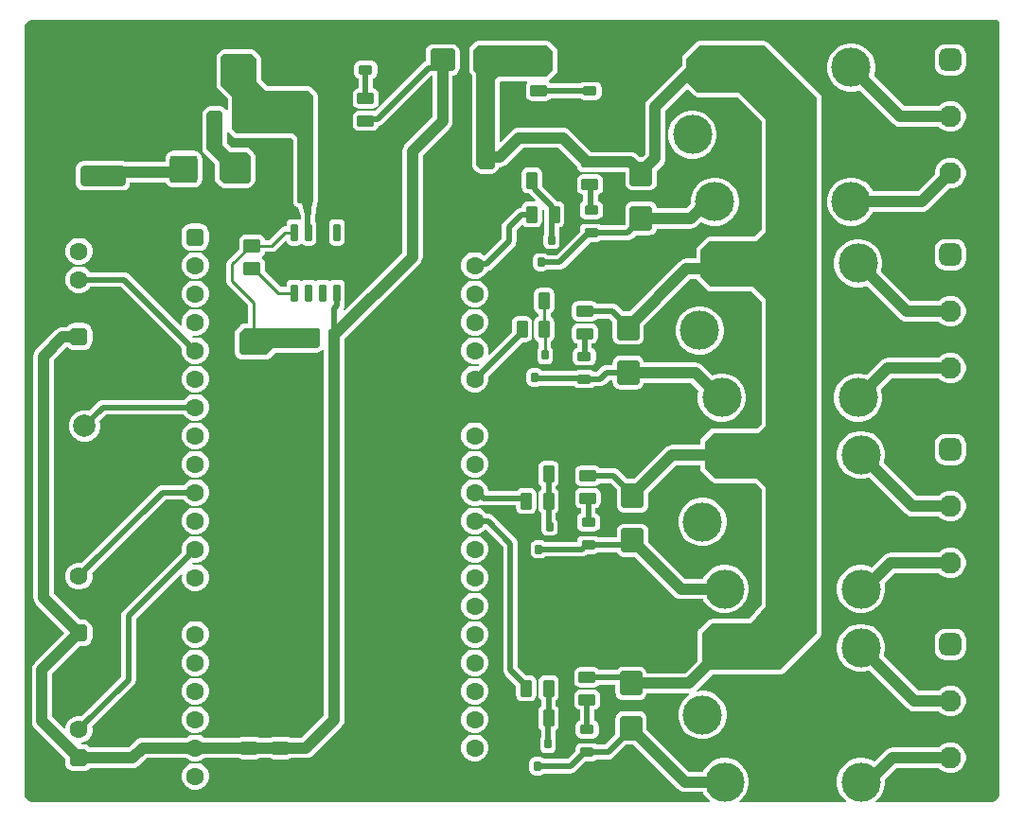
<source format=gtl>
G04*
G04 #@! TF.GenerationSoftware,Altium Limited,Altium Designer,25.4.2 (15)*
G04*
G04 Layer_Physical_Order=1*
G04 Layer_Color=255*
%FSLAX44Y44*%
%MOMM*%
G71*
G04*
G04 #@! TF.SameCoordinates,3D3B79ED-C25D-4AD1-BF19-93120AF13695*
G04*
G04*
G04 #@! TF.FilePolarity,Positive*
G04*
G01*
G75*
G04:AMPARAMS|DCode=10|XSize=0.6mm|YSize=0.8mm|CornerRadius=0.075mm|HoleSize=0mm|Usage=FLASHONLY|Rotation=0.000|XOffset=0mm|YOffset=0mm|HoleType=Round|Shape=RoundedRectangle|*
%AMROUNDEDRECTD10*
21,1,0.6000,0.6500,0,0,0.0*
21,1,0.4500,0.8000,0,0,0.0*
1,1,0.1500,0.2250,-0.3250*
1,1,0.1500,-0.2250,-0.3250*
1,1,0.1500,-0.2250,0.3250*
1,1,0.1500,0.2250,0.3250*
%
%ADD10ROUNDEDRECTD10*%
G04:AMPARAMS|DCode=11|XSize=0.8mm|YSize=1.25mm|CornerRadius=0.1mm|HoleSize=0mm|Usage=FLASHONLY|Rotation=270.000|XOffset=0mm|YOffset=0mm|HoleType=Round|Shape=RoundedRectangle|*
%AMROUNDEDRECTD11*
21,1,0.8000,1.0500,0,0,270.0*
21,1,0.6000,1.2500,0,0,270.0*
1,1,0.2000,-0.5250,-0.3000*
1,1,0.2000,-0.5250,0.3000*
1,1,0.2000,0.5250,0.3000*
1,1,0.2000,0.5250,-0.3000*
%
%ADD11ROUNDEDRECTD11*%
G04:AMPARAMS|DCode=12|XSize=1mm|YSize=1.5mm|CornerRadius=0.125mm|HoleSize=0mm|Usage=FLASHONLY|Rotation=90.000|XOffset=0mm|YOffset=0mm|HoleType=Round|Shape=RoundedRectangle|*
%AMROUNDEDRECTD12*
21,1,1.0000,1.2500,0,0,90.0*
21,1,0.7500,1.5000,0,0,90.0*
1,1,0.2500,0.6250,0.3750*
1,1,0.2500,0.6250,-0.3750*
1,1,0.2500,-0.6250,-0.3750*
1,1,0.2500,-0.6250,0.3750*
%
%ADD12ROUNDEDRECTD12*%
G04:AMPARAMS|DCode=13|XSize=2mm|YSize=2.2mm|CornerRadius=0.25mm|HoleSize=0mm|Usage=FLASHONLY|Rotation=0.000|XOffset=0mm|YOffset=0mm|HoleType=Round|Shape=RoundedRectangle|*
%AMROUNDEDRECTD13*
21,1,2.0000,1.7000,0,0,0.0*
21,1,1.5000,2.2000,0,0,0.0*
1,1,0.5000,0.7500,-0.8500*
1,1,0.5000,-0.7500,-0.8500*
1,1,0.5000,-0.7500,0.8500*
1,1,0.5000,0.7500,0.8500*
%
%ADD13ROUNDEDRECTD13*%
G04:AMPARAMS|DCode=14|XSize=1mm|YSize=1.5mm|CornerRadius=0.125mm|HoleSize=0mm|Usage=FLASHONLY|Rotation=0.000|XOffset=0mm|YOffset=0mm|HoleType=Round|Shape=RoundedRectangle|*
%AMROUNDEDRECTD14*
21,1,1.0000,1.2500,0,0,0.0*
21,1,0.7500,1.5000,0,0,0.0*
1,1,0.2500,0.3750,-0.6250*
1,1,0.2500,-0.3750,-0.6250*
1,1,0.2500,-0.3750,0.6250*
1,1,0.2500,0.3750,0.6250*
%
%ADD14ROUNDEDRECTD14*%
G04:AMPARAMS|DCode=15|XSize=1.2mm|YSize=1.5mm|CornerRadius=0.15mm|HoleSize=0mm|Usage=FLASHONLY|Rotation=0.000|XOffset=0mm|YOffset=0mm|HoleType=Round|Shape=RoundedRectangle|*
%AMROUNDEDRECTD15*
21,1,1.2000,1.2000,0,0,0.0*
21,1,0.9000,1.5000,0,0,0.0*
1,1,0.3000,0.4500,-0.6000*
1,1,0.3000,-0.4500,-0.6000*
1,1,0.3000,-0.4500,0.6000*
1,1,0.3000,0.4500,0.6000*
%
%ADD15ROUNDEDRECTD15*%
G04:AMPARAMS|DCode=16|XSize=2mm|YSize=2.2mm|CornerRadius=0.25mm|HoleSize=0mm|Usage=FLASHONLY|Rotation=270.000|XOffset=0mm|YOffset=0mm|HoleType=Round|Shape=RoundedRectangle|*
%AMROUNDEDRECTD16*
21,1,2.0000,1.7000,0,0,270.0*
21,1,1.5000,2.2000,0,0,270.0*
1,1,0.5000,-0.8500,-0.7500*
1,1,0.5000,-0.8500,0.7500*
1,1,0.5000,0.8500,0.7500*
1,1,0.5000,0.8500,-0.7500*
%
%ADD16ROUNDEDRECTD16*%
G04:AMPARAMS|DCode=17|XSize=1.55mm|YSize=0.6mm|CornerRadius=0.075mm|HoleSize=0mm|Usage=FLASHONLY|Rotation=90.000|XOffset=0mm|YOffset=0mm|HoleType=Round|Shape=RoundedRectangle|*
%AMROUNDEDRECTD17*
21,1,1.5500,0.4500,0,0,90.0*
21,1,1.4000,0.6000,0,0,90.0*
1,1,0.1500,0.2250,0.7000*
1,1,0.1500,0.2250,-0.7000*
1,1,0.1500,-0.2250,-0.7000*
1,1,0.1500,-0.2250,0.7000*
%
%ADD17ROUNDEDRECTD17*%
G04:AMPARAMS|DCode=18|XSize=1.2mm|YSize=1.5mm|CornerRadius=0.15mm|HoleSize=0mm|Usage=FLASHONLY|Rotation=270.000|XOffset=0mm|YOffset=0mm|HoleType=Round|Shape=RoundedRectangle|*
%AMROUNDEDRECTD18*
21,1,1.2000,1.2000,0,0,270.0*
21,1,0.9000,1.5000,0,0,270.0*
1,1,0.3000,-0.6000,-0.4500*
1,1,0.3000,-0.6000,0.4500*
1,1,0.3000,0.6000,0.4500*
1,1,0.3000,0.6000,-0.4500*
%
%ADD18ROUNDEDRECTD18*%
G04:AMPARAMS|DCode=19|XSize=3mm|YSize=1.6mm|CornerRadius=0.2mm|HoleSize=0mm|Usage=FLASHONLY|Rotation=270.000|XOffset=0mm|YOffset=0mm|HoleType=Round|Shape=RoundedRectangle|*
%AMROUNDEDRECTD19*
21,1,3.0000,1.2000,0,0,270.0*
21,1,2.6000,1.6000,0,0,270.0*
1,1,0.4000,-0.6000,-1.3000*
1,1,0.4000,-0.6000,1.3000*
1,1,0.4000,0.6000,1.3000*
1,1,0.4000,0.6000,-1.3000*
%
%ADD19ROUNDEDRECTD19*%
G04:AMPARAMS|DCode=20|XSize=2.45mm|YSize=2.5mm|CornerRadius=0.3063mm|HoleSize=0mm|Usage=FLASHONLY|Rotation=270.000|XOffset=0mm|YOffset=0mm|HoleType=Round|Shape=RoundedRectangle|*
%AMROUNDEDRECTD20*
21,1,2.4500,1.8875,0,0,270.0*
21,1,1.8375,2.5000,0,0,270.0*
1,1,0.6125,-0.9438,-0.9188*
1,1,0.6125,-0.9438,0.9188*
1,1,0.6125,0.9438,0.9188*
1,1,0.6125,0.9438,-0.9188*
%
%ADD20ROUNDEDRECTD20*%
G04:AMPARAMS|DCode=21|XSize=1mm|YSize=1.7mm|CornerRadius=0.125mm|HoleSize=0mm|Usage=FLASHONLY|Rotation=0.000|XOffset=0mm|YOffset=0mm|HoleType=Round|Shape=RoundedRectangle|*
%AMROUNDEDRECTD21*
21,1,1.0000,1.4500,0,0,0.0*
21,1,0.7500,1.7000,0,0,0.0*
1,1,0.2500,0.3750,-0.7250*
1,1,0.2500,-0.3750,-0.7250*
1,1,0.2500,-0.3750,0.7250*
1,1,0.2500,0.3750,0.7250*
%
%ADD21ROUNDEDRECTD21*%
%ADD22C,1.0000*%
%ADD23C,0.5000*%
%ADD24C,0.2540*%
%ADD25C,3.5000*%
G04:AMPARAMS|DCode=26|XSize=1.95mm|YSize=1.95mm|CornerRadius=0.4875mm|HoleSize=0mm|Usage=FLASHONLY|Rotation=270.000|XOffset=0mm|YOffset=0mm|HoleType=Round|Shape=RoundedRectangle|*
%AMROUNDEDRECTD26*
21,1,1.9500,0.9750,0,0,270.0*
21,1,0.9750,1.9500,0,0,270.0*
1,1,0.9750,-0.4875,-0.4875*
1,1,0.9750,-0.4875,0.4875*
1,1,0.9750,0.4875,0.4875*
1,1,0.9750,0.4875,-0.4875*
%
%ADD26ROUNDEDRECTD26*%
%ADD27C,1.9500*%
%ADD28C,1.6000*%
G04:AMPARAMS|DCode=29|XSize=1.6mm|YSize=1.6mm|CornerRadius=0.4mm|HoleSize=0mm|Usage=FLASHONLY|Rotation=270.000|XOffset=0mm|YOffset=0mm|HoleType=Round|Shape=RoundedRectangle|*
%AMROUNDEDRECTD29*
21,1,1.6000,0.8000,0,0,270.0*
21,1,0.8000,1.6000,0,0,270.0*
1,1,0.8000,-0.4000,-0.4000*
1,1,0.8000,-0.4000,0.4000*
1,1,0.8000,0.4000,0.4000*
1,1,0.8000,0.4000,-0.4000*
%
%ADD29ROUNDEDRECTD29*%
G04:AMPARAMS|DCode=30|XSize=4mm|YSize=1.8mm|CornerRadius=0.225mm|HoleSize=0mm|Usage=FLASHONLY|Rotation=90.000|XOffset=0mm|YOffset=0mm|HoleType=Round|Shape=RoundedRectangle|*
%AMROUNDEDRECTD30*
21,1,4.0000,1.3500,0,0,90.0*
21,1,3.5500,1.8000,0,0,90.0*
1,1,0.4500,0.6750,1.7750*
1,1,0.4500,0.6750,-1.7750*
1,1,0.4500,-0.6750,-1.7750*
1,1,0.4500,-0.6750,1.7750*
%
%ADD30ROUNDEDRECTD30*%
G04:AMPARAMS|DCode=31|XSize=4mm|YSize=1.8mm|CornerRadius=0.225mm|HoleSize=0mm|Usage=FLASHONLY|Rotation=0.000|XOffset=0mm|YOffset=0mm|HoleType=Round|Shape=RoundedRectangle|*
%AMROUNDEDRECTD31*
21,1,4.0000,1.3500,0,0,0.0*
21,1,3.5500,1.8000,0,0,0.0*
1,1,0.4500,1.7750,-0.6750*
1,1,0.4500,-1.7750,-0.6750*
1,1,0.4500,-1.7750,0.6750*
1,1,0.4500,1.7750,0.6750*
%
%ADD31ROUNDEDRECTD31*%
%ADD32C,2.0000*%
G36*
X355600Y1072372D02*
X1216660D01*
X1216710Y1072382D01*
X1217828Y1072159D01*
X1218818Y1071498D01*
X1219479Y1070508D01*
X1219702Y1069390D01*
X1219692Y1069340D01*
Y1049020D01*
Y379730D01*
X1219710Y379637D01*
X1219445Y377622D01*
X1218632Y375659D01*
X1217338Y373972D01*
X1215651Y372678D01*
X1213688Y371865D01*
X1211673Y371600D01*
X1211580Y371618D01*
X1109550D01*
X1109181Y372834D01*
X1109715Y373190D01*
X1112709Y376185D01*
X1115062Y379706D01*
X1116683Y383619D01*
X1117509Y387772D01*
Y392008D01*
X1117488Y392114D01*
X1127777Y402402D01*
X1165652D01*
X1167577Y400477D01*
X1170713Y398667D01*
X1174210Y397730D01*
X1177830D01*
X1181327Y398667D01*
X1184463Y400477D01*
X1187023Y403037D01*
X1188833Y406173D01*
X1189770Y409670D01*
Y413290D01*
X1188833Y416787D01*
X1187023Y419923D01*
X1184463Y422483D01*
X1181327Y424293D01*
X1177830Y425230D01*
X1174210D01*
X1170713Y424293D01*
X1167577Y422483D01*
X1165652Y420558D01*
X1124017D01*
X1124017Y420558D01*
X1121667Y420248D01*
X1119478Y419342D01*
X1117598Y417899D01*
X1117598Y417899D01*
X1107661Y407962D01*
X1106193Y408943D01*
X1102281Y410564D01*
X1098127Y411390D01*
X1093892D01*
X1089738Y410564D01*
X1085825Y408943D01*
X1082304Y406590D01*
X1079309Y403595D01*
X1076956Y400074D01*
X1075335Y396161D01*
X1074509Y392008D01*
Y387772D01*
X1075335Y383619D01*
X1076956Y379706D01*
X1079309Y376185D01*
X1082304Y373190D01*
X1082837Y372834D01*
X1082468Y371618D01*
X987551D01*
X987183Y372834D01*
X987716Y373190D01*
X990711Y376185D01*
X993064Y379706D01*
X994684Y383619D01*
X995510Y387772D01*
Y392008D01*
X994684Y396161D01*
X993064Y400074D01*
X990711Y403595D01*
X987716Y406590D01*
X984195Y408943D01*
X980282Y410564D01*
X976128Y411390D01*
X971893D01*
X967739Y410564D01*
X963826Y408943D01*
X960305Y406590D01*
X957310Y403595D01*
X954957Y400074D01*
X954499Y398968D01*
X942290D01*
X904326Y436932D01*
Y446650D01*
X904103Y448347D01*
X903448Y449928D01*
X902406Y451286D01*
X901048Y452328D01*
X899467Y452983D01*
X897770Y453206D01*
X882770D01*
X881073Y452983D01*
X879492Y452328D01*
X878134Y451286D01*
X877092Y449928D01*
X876437Y448347D01*
X876214Y446650D01*
Y432366D01*
X866964Y423116D01*
X859787D01*
X859755Y423165D01*
X858101Y424270D01*
X856150Y424658D01*
X845650D01*
X843699Y424270D01*
X842045Y423165D01*
X840940Y421511D01*
X840552Y419560D01*
Y417734D01*
X833394Y410576D01*
X812204D01*
X812124Y410695D01*
X810553Y411744D01*
X808700Y412113D01*
X804200D01*
X802347Y411744D01*
X800776Y410695D01*
X799726Y409123D01*
X799357Y407270D01*
Y400770D01*
X799726Y398917D01*
X800776Y397346D01*
X802347Y396296D01*
X804200Y395927D01*
X808700D01*
X810553Y396296D01*
X812124Y397346D01*
X812204Y397464D01*
X836110D01*
X837807Y397687D01*
X839388Y398342D01*
X840746Y399384D01*
X849824Y408462D01*
X856150D01*
X858101Y408850D01*
X859755Y409955D01*
X859787Y410004D01*
X869680D01*
X871377Y410227D01*
X872958Y410882D01*
X874316Y411924D01*
X885486Y423094D01*
X892488D01*
X932111Y383471D01*
X933991Y382029D01*
X936180Y381122D01*
X938530Y380812D01*
X954499D01*
X954957Y379706D01*
X957310Y376185D01*
X960305Y373190D01*
X960838Y372834D01*
X960470Y371618D01*
X355600D01*
X355507Y371600D01*
X353493Y371865D01*
X351529Y372678D01*
X349842Y373972D01*
X348548Y375659D01*
X347735Y377622D01*
X347470Y379637D01*
X347488Y379730D01*
Y1050290D01*
Y1064260D01*
X347470Y1064353D01*
X347735Y1066367D01*
X348548Y1068331D01*
X349842Y1070018D01*
X351529Y1071312D01*
X353493Y1072125D01*
X355507Y1072390D01*
X355600Y1072372D01*
D02*
G37*
%LPC*%
G36*
X1180895Y1050146D02*
X1171145D01*
X1168828Y1049842D01*
X1166669Y1048947D01*
X1164815Y1047525D01*
X1163393Y1045671D01*
X1162498Y1043512D01*
X1162193Y1041195D01*
Y1031445D01*
X1162498Y1029128D01*
X1163393Y1026969D01*
X1164815Y1025115D01*
X1166669Y1023693D01*
X1168828Y1022798D01*
X1171145Y1022493D01*
X1180895D01*
X1183212Y1022798D01*
X1185371Y1023693D01*
X1187225Y1025115D01*
X1188647Y1026969D01*
X1189541Y1029128D01*
X1189847Y1031445D01*
Y1041195D01*
X1189541Y1043512D01*
X1188647Y1045671D01*
X1187225Y1047525D01*
X1185371Y1048947D01*
X1183212Y1049842D01*
X1180895Y1050146D01*
D02*
G37*
G36*
X1009650Y1053098D02*
X1009650Y1053098D01*
X951230Y1053098D01*
X949669Y1052788D01*
X948346Y1051904D01*
X948346Y1051904D01*
X936916Y1040474D01*
X936916Y1040474D01*
X936032Y1039151D01*
X935722Y1037590D01*
X935722Y1037590D01*
X935722Y1031109D01*
X905441Y1000829D01*
X903998Y998949D01*
X903092Y996759D01*
X902782Y994410D01*
Y951860D01*
X900378Y949456D01*
X897942D01*
X896260Y951138D01*
X894380Y952580D01*
X892190Y953487D01*
X889841Y953797D01*
X859818D01*
X859691Y953822D01*
X854676D01*
X835609Y972889D01*
X833729Y974332D01*
X831540Y975238D01*
X829190Y975548D01*
X789940D01*
X789940Y975548D01*
X787591Y975238D01*
X785401Y974332D01*
X783521Y972889D01*
X773602Y962969D01*
X772428Y963455D01*
Y1015794D01*
X773636Y1017002D01*
X796957Y1017002D01*
X797454Y1015732D01*
X796524Y1014339D01*
X796116Y1012291D01*
Y1004791D01*
X796524Y1002743D01*
X797684Y1001006D01*
X799421Y999846D01*
X801469Y999438D01*
X813969D01*
X816017Y999846D01*
X817754Y1001006D01*
X818354Y1001904D01*
X844499D01*
X844585Y1001775D01*
X846239Y1000670D01*
X848190Y1000282D01*
X858690D01*
X860641Y1000670D01*
X862295Y1001775D01*
X863400Y1003429D01*
X863788Y1005380D01*
Y1011380D01*
X863400Y1013331D01*
X862295Y1014985D01*
X860641Y1016090D01*
X858690Y1016478D01*
X848190D01*
X846239Y1016090D01*
X844633Y1015017D01*
X818462D01*
X817754Y1016076D01*
X816910Y1016640D01*
Y1018167D01*
X816954Y1018196D01*
X816954Y1018196D01*
X823304Y1024546D01*
X824188Y1025869D01*
X824498Y1027430D01*
X824498Y1027430D01*
Y1043940D01*
X824498Y1043940D01*
X824188Y1045501D01*
X823304Y1046824D01*
X823304Y1046824D01*
X818224Y1051904D01*
X816901Y1052788D01*
X815340Y1053098D01*
X815340Y1053098D01*
X753110D01*
X753110Y1053098D01*
X751549Y1052788D01*
X750226Y1051904D01*
X746416Y1048094D01*
X745532Y1046771D01*
X745222Y1045210D01*
X745222Y1045210D01*
Y1027430D01*
X745532Y1025869D01*
X746416Y1024546D01*
X746416Y1024546D01*
X747762Y1023201D01*
Y1022350D01*
Y942340D01*
X747762Y942340D01*
X748072Y940779D01*
X748956Y939456D01*
X752766Y935646D01*
X754089Y934762D01*
X755650Y934452D01*
X755650Y934452D01*
X765810D01*
X767371Y934762D01*
X768694Y935646D01*
X768694Y935646D01*
X771234Y938186D01*
X772118Y939509D01*
X772235Y940100D01*
X772647D01*
X774997Y940409D01*
X777186Y941316D01*
X779066Y942758D01*
X793700Y957392D01*
X825430D01*
X841838Y940984D01*
Y940969D01*
X842246Y938921D01*
X843406Y937184D01*
X845143Y936024D01*
X847191Y935616D01*
X859691D01*
X859818Y935641D01*
X885104D01*
Y925900D01*
X885327Y924203D01*
X885982Y922622D01*
X887024Y921264D01*
X888382Y920222D01*
X889963Y919567D01*
X891660Y919344D01*
X906660D01*
X908357Y919567D01*
X909938Y920222D01*
X911296Y921264D01*
X912338Y922622D01*
X912993Y924203D01*
X913216Y925900D01*
Y936618D01*
X918279Y941681D01*
X919722Y943561D01*
X920628Y945751D01*
X920938Y948100D01*
Y990650D01*
X940795Y1010507D01*
X947076Y1004226D01*
X947076Y1004226D01*
X948399Y1003342D01*
X949960Y1003032D01*
X949960Y1003032D01*
X985101D01*
X1006842Y981291D01*
Y884339D01*
X1000341Y877838D01*
X960120D01*
X960120Y877838D01*
X958559Y877528D01*
X957236Y876644D01*
X949616Y869024D01*
X948732Y867701D01*
X948422Y866140D01*
X948422Y866140D01*
Y858354D01*
X939716D01*
X939716Y858354D01*
X937367Y858045D01*
X935177Y857138D01*
X933297Y855695D01*
X888948Y811346D01*
X882946D01*
X878287Y816005D01*
X876929Y817047D01*
X875348Y817702D01*
X873651Y817925D01*
X859598D01*
X858944Y818904D01*
X857207Y820064D01*
X855159Y820472D01*
X842659D01*
X840611Y820064D01*
X838874Y818904D01*
X837714Y817167D01*
X837306Y815119D01*
Y807619D01*
X837714Y805571D01*
X838874Y803834D01*
X840611Y802674D01*
X842659Y802266D01*
X855159D01*
X857207Y802674D01*
X858944Y803834D01*
X859598Y804813D01*
X870935D01*
X873674Y802074D01*
Y787790D01*
X873897Y786093D01*
X874552Y784512D01*
X875594Y783154D01*
X876952Y782112D01*
X878533Y781457D01*
X880230Y781234D01*
X895230D01*
X896927Y781457D01*
X898508Y782112D01*
X899866Y783154D01*
X900908Y784512D01*
X901563Y786093D01*
X901786Y787790D01*
Y798508D01*
X943476Y840199D01*
X948900D01*
X949616Y839126D01*
X949616Y839126D01*
X958506Y830236D01*
X959829Y829352D01*
X961390Y829042D01*
X961390Y829042D01*
X997801D01*
X1006842Y820001D01*
Y710349D01*
X1002881Y706388D01*
X963930D01*
X963930Y706388D01*
X962369Y706078D01*
X961046Y705194D01*
X953426Y697574D01*
X952542Y696251D01*
X952232Y694690D01*
X952232Y694690D01*
Y691687D01*
X927040D01*
X924690Y691378D01*
X922501Y690471D01*
X920621Y689029D01*
X920621Y689028D01*
X892758Y661166D01*
X886756D01*
X879237Y668685D01*
X877879Y669727D01*
X876298Y670382D01*
X874601Y670605D01*
X862312D01*
X861658Y671584D01*
X859921Y672744D01*
X857873Y673152D01*
X845373D01*
X843325Y672744D01*
X841588Y671584D01*
X840428Y669847D01*
X840020Y667799D01*
Y660299D01*
X840428Y658251D01*
X841588Y656514D01*
X843325Y655354D01*
X845373Y654946D01*
X857873D01*
X859921Y655354D01*
X861658Y656514D01*
X862312Y657493D01*
X871885D01*
X877484Y651894D01*
Y637610D01*
X877707Y635913D01*
X878362Y634332D01*
X879404Y632974D01*
X880762Y631932D01*
X882343Y631277D01*
X884040Y631054D01*
X899040D01*
X900737Y631277D01*
X902318Y631932D01*
X903676Y632974D01*
X904718Y634332D01*
X905373Y635913D01*
X905596Y637610D01*
Y648328D01*
X930800Y673532D01*
X952232D01*
Y670560D01*
X952232Y670560D01*
X952542Y668999D01*
X953426Y667676D01*
X953426Y667676D01*
X962316Y658786D01*
X963639Y657902D01*
X965200Y657592D01*
X965200Y657592D01*
X1001611D01*
X1006842Y652361D01*
Y548847D01*
X996310Y536208D01*
X963507D01*
X962877Y536083D01*
X962240Y536007D01*
X962101Y535929D01*
X961946Y535898D01*
X961412Y535541D01*
X960852Y535227D01*
X951116Y526881D01*
X951018Y526756D01*
X950886Y526668D01*
X950529Y526134D01*
X950133Y525629D01*
X950090Y525477D01*
X950002Y525345D01*
X949877Y524715D01*
X949704Y524097D01*
X949723Y523940D01*
X949692Y523784D01*
Y498409D01*
X938511Y487228D01*
X904250D01*
X904103Y488347D01*
X903448Y489928D01*
X902406Y491286D01*
X901048Y492328D01*
X899467Y492983D01*
X897770Y493206D01*
X882770D01*
X881073Y492983D01*
X879492Y492328D01*
X878134Y491286D01*
X877351Y490265D01*
X861590D01*
X860936Y491244D01*
X859199Y492404D01*
X857151Y492812D01*
X844651D01*
X842603Y492404D01*
X840866Y491244D01*
X839706Y489507D01*
X839298Y487459D01*
Y479959D01*
X839706Y477911D01*
X840866Y476174D01*
X842603Y475014D01*
X844651Y474606D01*
X857151D01*
X859199Y475014D01*
X860936Y476174D01*
X861590Y477153D01*
X876214D01*
Y469650D01*
X876437Y467953D01*
X877092Y466372D01*
X878134Y465014D01*
X879492Y463972D01*
X881073Y463317D01*
X882770Y463094D01*
X897770D01*
X899467Y463317D01*
X901048Y463972D01*
X902406Y465014D01*
X903448Y466372D01*
X904103Y467953D01*
X904250Y469072D01*
X941734D01*
X942120Y467802D01*
X940305Y466590D01*
X937310Y463595D01*
X934958Y460074D01*
X933337Y456161D01*
X932511Y452007D01*
Y447772D01*
X933337Y443619D01*
X934958Y439706D01*
X937310Y436184D01*
X940305Y433190D01*
X943827Y430837D01*
X947739Y429216D01*
X951893Y428390D01*
X956128D01*
X960282Y429216D01*
X964195Y430837D01*
X967716Y433190D01*
X970711Y436184D01*
X973064Y439706D01*
X974684Y443619D01*
X975510Y447772D01*
Y452007D01*
X974684Y456161D01*
X973064Y460074D01*
X970711Y463595D01*
X967716Y466590D01*
X964195Y468943D01*
X960282Y470564D01*
X956128Y471390D01*
X951893D01*
X949710Y470956D01*
X949085Y472126D01*
X963100Y486142D01*
X1023620D01*
X1023620Y486142D01*
X1025181Y486452D01*
X1026504Y487336D01*
X1026504Y487336D01*
X1059524Y520356D01*
X1060408Y521679D01*
X1060718Y523240D01*
X1060718Y523240D01*
Y1002030D01*
X1060718Y1002030D01*
X1060408Y1003591D01*
X1059524Y1004914D01*
X1012534Y1051904D01*
X1011211Y1052788D01*
X1010952Y1052839D01*
X1009650Y1053098D01*
D02*
G37*
G36*
X658030Y1035528D02*
X647530D01*
X645579Y1035140D01*
X643925Y1034035D01*
X642820Y1032381D01*
X642432Y1030430D01*
Y1024430D01*
X642820Y1022479D01*
X643925Y1020825D01*
X645579Y1019720D01*
X646224Y1019592D01*
Y1010911D01*
X644483Y1010564D01*
X642746Y1009404D01*
X641586Y1007667D01*
X641178Y1005619D01*
Y998119D01*
X641586Y996071D01*
X642746Y994334D01*
X644483Y993174D01*
X646531Y992766D01*
X659031D01*
X661079Y993174D01*
X662816Y994334D01*
X663976Y996071D01*
X664384Y998119D01*
Y1005619D01*
X663976Y1007667D01*
X662816Y1009404D01*
X661079Y1010564D01*
X659337Y1010911D01*
Y1019592D01*
X659981Y1019720D01*
X661635Y1020825D01*
X662740Y1022479D01*
X663128Y1024430D01*
Y1030430D01*
X662740Y1032381D01*
X661635Y1034035D01*
X659981Y1035140D01*
X658030Y1035528D01*
D02*
G37*
G36*
X1089237Y1050820D02*
X1085002D01*
X1080848Y1049994D01*
X1076935Y1048373D01*
X1073414Y1046020D01*
X1070419Y1043025D01*
X1068066Y1039504D01*
X1066445Y1035591D01*
X1065619Y1031437D01*
Y1027202D01*
X1066445Y1023048D01*
X1068066Y1019136D01*
X1070419Y1015614D01*
X1073414Y1012620D01*
X1076935Y1010267D01*
X1080848Y1008646D01*
X1085002Y1007820D01*
X1089237D01*
X1093391Y1008646D01*
X1094497Y1009104D01*
X1124500Y979101D01*
X1126380Y977658D01*
X1128570Y976752D01*
X1130919Y976442D01*
X1165652D01*
X1167577Y974517D01*
X1170713Y972707D01*
X1174210Y971770D01*
X1177830D01*
X1181327Y972707D01*
X1184463Y974517D01*
X1187023Y977077D01*
X1188833Y980213D01*
X1189770Y983710D01*
Y987330D01*
X1188833Y990827D01*
X1187023Y993963D01*
X1184463Y996523D01*
X1181327Y998333D01*
X1177830Y999270D01*
X1174210D01*
X1170713Y998333D01*
X1167577Y996523D01*
X1165652Y994598D01*
X1134679D01*
X1107335Y1021942D01*
X1107793Y1023048D01*
X1108619Y1027202D01*
Y1031437D01*
X1107793Y1035591D01*
X1106172Y1039504D01*
X1103819Y1043025D01*
X1100825Y1046020D01*
X1097303Y1048373D01*
X1093391Y1049994D01*
X1089237Y1050820D01*
D02*
G37*
G36*
X947238Y990820D02*
X943003D01*
X938849Y989994D01*
X934937Y988373D01*
X931415Y986020D01*
X928420Y983025D01*
X926068Y979504D01*
X924447Y975591D01*
X923621Y971438D01*
Y967202D01*
X924447Y963049D01*
X926068Y959136D01*
X928420Y955614D01*
X931415Y952620D01*
X934937Y950267D01*
X938849Y948646D01*
X943003Y947820D01*
X947238D01*
X951392Y948646D01*
X955305Y950267D01*
X958826Y952620D01*
X961821Y955614D01*
X964174Y959136D01*
X965794Y963049D01*
X966620Y967202D01*
Y971438D01*
X965794Y975591D01*
X964174Y979504D01*
X961821Y983025D01*
X958826Y986020D01*
X955305Y988373D01*
X951392Y989994D01*
X947238Y990820D01*
D02*
G37*
G36*
X499518Y954841D02*
X480643D01*
X478799Y954598D01*
X477081Y953887D01*
X475606Y952755D01*
X474473Y951279D01*
X473762Y949561D01*
X473519Y947718D01*
Y944643D01*
X438909D01*
X438019Y945237D01*
X435580Y945722D01*
X400080D01*
X397641Y945237D01*
X395574Y943856D01*
X394193Y941789D01*
X393708Y939350D01*
Y925850D01*
X394193Y923411D01*
X395574Y921344D01*
X397641Y919963D01*
X400080Y919478D01*
X435580D01*
X438019Y919963D01*
X440086Y921344D01*
X441467Y923411D01*
X441952Y925850D01*
Y926487D01*
X474181D01*
X474473Y925781D01*
X475606Y924305D01*
X477081Y923173D01*
X478799Y922462D01*
X480643Y922219D01*
X499518D01*
X501361Y922462D01*
X503079Y923173D01*
X504554Y924305D01*
X505687Y925781D01*
X506398Y927499D01*
X506641Y929342D01*
Y947718D01*
X506398Y949561D01*
X505687Y951279D01*
X504554Y952755D01*
X503079Y953887D01*
X501361Y954598D01*
X499518Y954841D01*
D02*
G37*
G36*
X1177830Y948470D02*
X1174210D01*
X1170713Y947533D01*
X1167577Y945723D01*
X1165017Y943163D01*
X1163207Y940027D01*
X1162270Y936530D01*
Y933808D01*
X1146860Y918398D01*
X1106631D01*
X1106172Y919504D01*
X1103819Y923025D01*
X1100825Y926020D01*
X1097303Y928373D01*
X1093391Y929994D01*
X1089237Y930820D01*
X1085002D01*
X1080848Y929994D01*
X1076935Y928373D01*
X1073414Y926020D01*
X1070419Y923025D01*
X1068066Y919504D01*
X1066445Y915591D01*
X1065619Y911438D01*
Y907202D01*
X1066445Y903049D01*
X1068066Y899136D01*
X1070419Y895615D01*
X1073414Y892620D01*
X1076935Y890267D01*
X1080848Y888646D01*
X1085002Y887820D01*
X1089237D01*
X1093391Y888646D01*
X1097303Y890267D01*
X1100825Y892620D01*
X1103819Y895615D01*
X1106172Y899136D01*
X1106631Y900242D01*
X1150620D01*
X1152970Y900552D01*
X1155159Y901459D01*
X1157039Y902901D01*
X1175108Y920970D01*
X1177830D01*
X1181327Y921907D01*
X1184463Y923717D01*
X1187023Y926277D01*
X1188833Y929413D01*
X1189770Y932910D01*
Y936530D01*
X1188833Y940027D01*
X1187023Y943163D01*
X1184463Y945723D01*
X1181327Y947533D01*
X1177830Y948470D01*
D02*
G37*
G36*
X967238Y930820D02*
X963003D01*
X958849Y929994D01*
X954936Y928373D01*
X951415Y926020D01*
X948420Y923025D01*
X946067Y919504D01*
X944447Y915591D01*
X943621Y911438D01*
Y907423D01*
X939675Y903478D01*
X913140D01*
X912993Y904597D01*
X912338Y906178D01*
X911296Y907536D01*
X909938Y908578D01*
X908357Y909233D01*
X906660Y909456D01*
X891660D01*
X889963Y909233D01*
X888382Y908578D01*
X887024Y907536D01*
X885982Y906178D01*
X885327Y904597D01*
X885104Y902900D01*
Y888616D01*
X884424Y887936D01*
X863597D01*
X863565Y887985D01*
X861911Y889090D01*
X859960Y889478D01*
X849460D01*
X847509Y889090D01*
X845855Y887985D01*
X844750Y886331D01*
X844362Y884380D01*
Y882554D01*
X823394Y861586D01*
X815404D01*
X815324Y861704D01*
X813753Y862754D01*
X811900Y863123D01*
X807400D01*
X805547Y862754D01*
X803976Y861704D01*
X802926Y860133D01*
X802557Y858280D01*
Y851780D01*
X802926Y849927D01*
X803976Y848355D01*
X805547Y847306D01*
X807400Y846937D01*
X811900D01*
X813753Y847306D01*
X815324Y848355D01*
X815404Y848474D01*
X826110D01*
X827807Y848697D01*
X829388Y849352D01*
X830746Y850394D01*
X853634Y873282D01*
X859960D01*
X861911Y873670D01*
X863565Y874775D01*
X863597Y874824D01*
X887140D01*
X888837Y875047D01*
X890418Y875702D01*
X891776Y876744D01*
X894376Y879344D01*
X906660D01*
X908357Y879567D01*
X909938Y880222D01*
X911296Y881264D01*
X912338Y882622D01*
X912993Y884203D01*
X913140Y885322D01*
X943436D01*
X945785Y885632D01*
X947974Y886538D01*
X949854Y887981D01*
X953260Y891387D01*
X954936Y890267D01*
X958849Y888646D01*
X963003Y887820D01*
X967238D01*
X971392Y888646D01*
X975305Y890267D01*
X978826Y892620D01*
X981821Y895615D01*
X984174Y899136D01*
X985794Y903049D01*
X986620Y907202D01*
Y911438D01*
X985794Y915591D01*
X984174Y919504D01*
X981821Y923025D01*
X978826Y926020D01*
X975305Y928373D01*
X971392Y929994D01*
X967238Y930820D01*
D02*
G37*
G36*
X859691Y933822D02*
X847191D01*
X845143Y933414D01*
X843406Y932254D01*
X842246Y930517D01*
X841838Y928469D01*
Y920969D01*
X842246Y918921D01*
X843406Y917184D01*
X845143Y916024D01*
X847191Y915616D01*
X847519D01*
Y909412D01*
X847509Y909410D01*
X845855Y908305D01*
X844750Y906651D01*
X844362Y904700D01*
Y898700D01*
X844750Y896749D01*
X845855Y895095D01*
X847509Y893990D01*
X849460Y893602D01*
X859960D01*
X861911Y893990D01*
X863565Y895095D01*
X864670Y896749D01*
X865058Y898700D01*
Y904700D01*
X864670Y906651D01*
X863565Y908305D01*
X861911Y909410D01*
X860632Y909664D01*
Y915803D01*
X861739Y916024D01*
X863476Y917184D01*
X864636Y918921D01*
X865044Y920969D01*
Y928469D01*
X864636Y930517D01*
X863476Y932254D01*
X861739Y933414D01*
X859691Y933822D01*
D02*
G37*
G36*
X629370Y893553D02*
X624870D01*
X623017Y893184D01*
X621445Y892134D01*
X620396Y890563D01*
X620027Y888710D01*
Y874710D01*
X620396Y872857D01*
X621445Y871285D01*
X623017Y870236D01*
X624870Y869867D01*
X629370D01*
X631223Y870236D01*
X632794Y871285D01*
X633844Y872857D01*
X634213Y874710D01*
Y888710D01*
X633844Y890563D01*
X632794Y892134D01*
X631223Y893184D01*
X629370Y893553D01*
D02*
G37*
G36*
X730180Y1050376D02*
X713180D01*
X711483Y1050153D01*
X709902Y1049498D01*
X708544Y1048456D01*
X707502Y1047098D01*
X706847Y1045517D01*
X706624Y1043820D01*
Y1035038D01*
X705631Y1034627D01*
X704273Y1033585D01*
X661183Y990495D01*
X661079Y990564D01*
X659031Y990972D01*
X646531D01*
X644483Y990564D01*
X642746Y989404D01*
X641586Y987667D01*
X641178Y985619D01*
Y978119D01*
X641586Y976070D01*
X642746Y974334D01*
X644483Y973174D01*
X646531Y972766D01*
X659031D01*
X661079Y973174D01*
X662816Y974334D01*
X663976Y976070D01*
X664174Y977066D01*
X665189Y977199D01*
X666770Y977854D01*
X668128Y978896D01*
X711332Y1022101D01*
X712602Y1021687D01*
Y985100D01*
X688271Y960769D01*
X686829Y958889D01*
X685922Y956700D01*
X685612Y954350D01*
Y863670D01*
X633422Y811480D01*
X632034Y811888D01*
X632016Y811974D01*
X633058Y813332D01*
X633713Y814913D01*
X633936Y816610D01*
Y819318D01*
X634213Y820710D01*
Y834710D01*
X633844Y836563D01*
X632794Y838135D01*
X631223Y839184D01*
X629370Y839553D01*
X624870D01*
X623017Y839184D01*
X621445Y838135D01*
X621405Y838074D01*
X620135D01*
X620094Y838135D01*
X618523Y839184D01*
X616670Y839553D01*
X612170D01*
X610317Y839184D01*
X608745Y838135D01*
X608705Y838074D01*
X607435D01*
X607394Y838135D01*
X605823Y839184D01*
X603970Y839553D01*
X599470D01*
X597617Y839184D01*
X596045Y838135D01*
X596005Y838074D01*
X594735D01*
X594695Y838135D01*
X593123Y839184D01*
X591270Y839553D01*
X586770D01*
X584917Y839184D01*
X583345Y838135D01*
X582296Y836563D01*
X581927Y834710D01*
Y833083D01*
X576986D01*
X562788Y847281D01*
Y854290D01*
X562361Y856436D01*
X561145Y858255D01*
X559969Y859041D01*
Y860539D01*
X561145Y861325D01*
X562361Y863144D01*
X562614Y864417D01*
X568800D01*
X570856Y864826D01*
X572599Y865991D01*
X580746Y874137D01*
X582124Y873719D01*
X582296Y872857D01*
X583345Y871285D01*
X584917Y870236D01*
X586770Y869867D01*
X591270D01*
X593123Y870236D01*
X594695Y871285D01*
X594735Y871346D01*
X596005D01*
X596045Y871285D01*
X597617Y870236D01*
X599470Y869867D01*
X603970D01*
X605823Y870236D01*
X607394Y871285D01*
X608444Y872857D01*
X608813Y874710D01*
Y888710D01*
X608444Y890563D01*
X607776Y891563D01*
Y894716D01*
X609008Y906937D01*
X609558Y907759D01*
X609868Y909320D01*
X609868Y909320D01*
Y1004570D01*
X609868Y1004570D01*
X609558Y1006131D01*
X608674Y1007454D01*
X604864Y1011264D01*
X603541Y1012148D01*
X601980Y1012458D01*
X601980Y1012458D01*
X565569D01*
X559068Y1018959D01*
Y1037590D01*
X559068Y1037590D01*
X558758Y1039151D01*
X557874Y1040474D01*
X554064Y1044284D01*
X552741Y1045168D01*
X551180Y1045478D01*
X551180Y1045478D01*
X525780D01*
X524219Y1045168D01*
X522896Y1044284D01*
X522896Y1044284D01*
X520356Y1041744D01*
X519472Y1040421D01*
X519162Y1038860D01*
X519162Y1038860D01*
Y1013460D01*
X519472Y1011899D01*
X520356Y1010576D01*
X520356Y1010576D01*
X529322Y1001611D01*
Y991615D01*
X528052Y991229D01*
X527394Y992214D01*
X527394Y992214D01*
X526124Y993484D01*
X524801Y994368D01*
X523240Y994678D01*
X523240Y994678D01*
X513080D01*
X511519Y994368D01*
X510196Y993484D01*
X510196Y993484D01*
X507656Y990944D01*
X506772Y989621D01*
X506462Y988060D01*
X506462Y988060D01*
Y956310D01*
X506772Y954749D01*
X507656Y953426D01*
X517892Y943191D01*
Y929640D01*
X517892Y929640D01*
X518202Y928079D01*
X519086Y926756D01*
X522896Y922946D01*
X524219Y922062D01*
X525780Y921752D01*
X525780Y921752D01*
X547370D01*
X548931Y922062D01*
X550254Y922946D01*
X550254Y922946D01*
X552794Y925486D01*
X553678Y926809D01*
X553988Y928370D01*
X553988Y928370D01*
Y949960D01*
X553988Y949960D01*
X553678Y951521D01*
X552794Y952844D01*
X548984Y956654D01*
X547661Y957538D01*
X546100Y957848D01*
X546100Y957848D01*
X532549D01*
X528588Y961809D01*
Y971805D01*
X529858Y972191D01*
X530516Y971206D01*
X530516Y971206D01*
X534326Y967396D01*
X534326Y967396D01*
X535649Y966512D01*
X537210Y966202D01*
X537210Y966202D01*
X586321D01*
X587742Y964781D01*
Y909320D01*
X587742Y909320D01*
X588052Y907759D01*
X588936Y906436D01*
X588936Y906436D01*
X590206Y905166D01*
X591529Y904282D01*
X592746Y904040D01*
X594664Y896369D01*
Y893502D01*
X593544Y892903D01*
X593123Y893184D01*
X591270Y893553D01*
X586770D01*
X584917Y893184D01*
X583345Y892134D01*
X582296Y890563D01*
X581927Y888710D01*
Y887083D01*
X580720D01*
X578664Y886674D01*
X576921Y885509D01*
X566574Y875163D01*
X562614D01*
X562361Y876436D01*
X561145Y878255D01*
X559326Y879471D01*
X557180Y879898D01*
X545180D01*
X543034Y879471D01*
X541215Y878255D01*
X539999Y876436D01*
X539572Y874290D01*
Y867281D01*
X529600Y857309D01*
X528436Y855566D01*
X528027Y853510D01*
Y838200D01*
X528436Y836144D01*
X529600Y834400D01*
X547077Y816924D01*
Y800368D01*
X544034D01*
X543962Y800354D01*
X543890Y800366D01*
X543184Y800199D01*
X542473Y800058D01*
X542412Y800017D01*
X542341Y800000D01*
X541753Y799576D01*
X541150Y799174D01*
X541109Y799113D01*
X541050Y799070D01*
X540669Y798454D01*
X540266Y797851D01*
X540252Y797779D01*
X540213Y797716D01*
X540088Y797382D01*
X539872Y797100D01*
X536866Y794094D01*
X536866Y794094D01*
X535982Y792771D01*
X535672Y791210D01*
X535672Y791210D01*
Y774700D01*
X535982Y773139D01*
X536866Y771816D01*
X536866Y771816D01*
X539406Y769276D01*
X540729Y768392D01*
X542290Y768082D01*
X542290Y768082D01*
X563880D01*
X565441Y768392D01*
X566764Y769276D01*
X566764Y769276D01*
X571919Y774432D01*
X609600D01*
X611161Y774742D01*
X612484Y775626D01*
X612484Y775626D01*
X614332Y777475D01*
X615602Y776949D01*
Y449370D01*
X595680Y429448D01*
X585629D01*
X584726Y430051D01*
X582580Y430478D01*
X570580D01*
X568434Y430051D01*
X567531Y429448D01*
X557689D01*
X556786Y430051D01*
X554640Y430478D01*
X542640D01*
X540494Y430051D01*
X539591Y429448D01*
X508273D01*
X507748Y429972D01*
X505012Y431552D01*
X501960Y432370D01*
X498800D01*
X495748Y431552D01*
X493012Y429972D01*
X492487Y429448D01*
X453443D01*
X453443Y429448D01*
X451094Y429138D01*
X448904Y428232D01*
X447024Y426789D01*
X440793Y420558D01*
X406427D01*
X405946Y421186D01*
X404274Y422468D01*
X402328Y423274D01*
X400240Y423549D01*
X398160D01*
X398085Y423662D01*
X398650Y425102D01*
X400872Y425698D01*
X403608Y427278D01*
X405842Y429512D01*
X407422Y432248D01*
X408240Y435300D01*
Y438460D01*
X407997Y439366D01*
X445326Y476694D01*
X446368Y478052D01*
X447023Y479633D01*
X447246Y481330D01*
Y535764D01*
X487517Y576035D01*
X488655Y575378D01*
X488380Y574350D01*
Y571190D01*
X489198Y568138D01*
X490778Y565402D01*
X493012Y563168D01*
X495748Y561588D01*
X498800Y560770D01*
X501960D01*
X505012Y561588D01*
X507748Y563168D01*
X509982Y565402D01*
X511562Y568138D01*
X512380Y571190D01*
Y574350D01*
X511562Y577402D01*
X509982Y580138D01*
X507748Y582372D01*
X505012Y583952D01*
X501960Y584770D01*
X498800D01*
X498162Y584599D01*
X497494Y585735D01*
X498097Y586358D01*
X498800Y586170D01*
X501960D01*
X505012Y586988D01*
X507748Y588568D01*
X509982Y590802D01*
X511562Y593538D01*
X512380Y596590D01*
Y599750D01*
X511562Y602802D01*
X509982Y605538D01*
X507748Y607772D01*
X505012Y609352D01*
X501960Y610170D01*
X498800D01*
X495748Y609352D01*
X493012Y607772D01*
X490778Y605538D01*
X489198Y602802D01*
X488380Y599750D01*
Y596590D01*
X488623Y595684D01*
X436054Y543116D01*
X435012Y541758D01*
X434357Y540177D01*
X434134Y538480D01*
Y484046D01*
X398726Y448637D01*
X397820Y448880D01*
X394660D01*
X391608Y448062D01*
X388872Y446482D01*
X386638Y444248D01*
X385058Y441512D01*
X384240Y438460D01*
Y437977D01*
X383067Y437491D01*
X372298Y448260D01*
Y486460D01*
X397009Y511171D01*
X400240D01*
X402328Y511446D01*
X404274Y512252D01*
X405946Y513534D01*
X407228Y515205D01*
X408034Y517152D01*
X408309Y519240D01*
Y527240D01*
X408034Y529328D01*
X407228Y531274D01*
X405946Y532946D01*
X404274Y534228D01*
X402328Y535034D01*
X400240Y535309D01*
X397009D01*
X373568Y558750D01*
Y767130D01*
X385267Y778829D01*
X386534Y778964D01*
X388205Y777682D01*
X390152Y776876D01*
X392240Y776601D01*
X400240D01*
X402328Y776876D01*
X404274Y777682D01*
X405946Y778964D01*
X407228Y780636D01*
X408034Y782582D01*
X408309Y784670D01*
Y792670D01*
X408034Y794758D01*
X407228Y796704D01*
X405946Y798376D01*
X404274Y799658D01*
X402328Y800464D01*
X400240Y800739D01*
X392240D01*
X390152Y800464D01*
X388205Y799658D01*
X386534Y798376D01*
X385707Y797298D01*
X381820D01*
X379470Y796988D01*
X377281Y796081D01*
X375401Y794639D01*
X358071Y777309D01*
X356628Y775429D01*
X355722Y773239D01*
X355412Y770890D01*
Y554990D01*
X355722Y552641D01*
X356628Y550451D01*
X358071Y548571D01*
X383402Y523240D01*
X356801Y496639D01*
X355359Y494759D01*
X354452Y492569D01*
X354142Y490220D01*
Y444500D01*
X354452Y442151D01*
X355359Y439961D01*
X356801Y438081D01*
X384171Y410711D01*
Y407480D01*
X384446Y405392D01*
X385252Y403446D01*
X386534Y401774D01*
X388205Y400492D01*
X390152Y399686D01*
X392240Y399411D01*
X400240D01*
X402328Y399686D01*
X404274Y400492D01*
X405946Y401774D01*
X406427Y402402D01*
X444553D01*
X446903Y402712D01*
X449092Y403619D01*
X450972Y405061D01*
X457203Y411292D01*
X492487D01*
X493012Y410768D01*
X495748Y409188D01*
X498800Y408370D01*
X501960D01*
X505012Y409188D01*
X507748Y410768D01*
X508273Y411292D01*
X539591D01*
X540494Y410689D01*
X542640Y410262D01*
X554640D01*
X556786Y410689D01*
X557689Y411292D01*
X567531D01*
X568434Y410689D01*
X570580Y410262D01*
X582580D01*
X584726Y410689D01*
X585629Y411292D01*
X599440D01*
X601789Y411602D01*
X603979Y412509D01*
X605859Y413951D01*
X631099Y439191D01*
X631099Y439191D01*
X632542Y441071D01*
X633448Y443260D01*
X633758Y445610D01*
Y781023D01*
X633783Y781150D01*
Y786165D01*
X701109Y853491D01*
X701109Y853491D01*
X702551Y855371D01*
X703458Y857561D01*
X703768Y859910D01*
Y950590D01*
X728099Y974921D01*
X728099Y974921D01*
X729541Y976801D01*
X730448Y978990D01*
X730758Y981340D01*
X730758Y981340D01*
Y1022340D01*
X731877Y1022487D01*
X733458Y1023142D01*
X734816Y1024184D01*
X735858Y1025542D01*
X736513Y1027123D01*
X736736Y1028820D01*
Y1043820D01*
X736513Y1045517D01*
X735858Y1047098D01*
X734816Y1048456D01*
X733458Y1049498D01*
X731877Y1050153D01*
X730180Y1050376D01*
D02*
G37*
G36*
X800259Y940005D02*
X800006Y939972D01*
X797779D01*
X795731Y939564D01*
X793994Y938404D01*
X792834Y936667D01*
X792426Y934619D01*
Y922119D01*
X792834Y920071D01*
X793994Y918334D01*
X795731Y917174D01*
X797779Y916766D01*
X798680D01*
X799393Y915837D01*
X804466Y910764D01*
X803941Y909494D01*
X797781D01*
X795733Y909086D01*
X793996Y907926D01*
X792836Y906189D01*
X792428Y904141D01*
Y903926D01*
X791960D01*
X790263Y903703D01*
X788682Y903048D01*
X787324Y902006D01*
X776414Y891096D01*
X775372Y889738D01*
X774717Y888157D01*
X774494Y886460D01*
Y876476D01*
X758769Y860751D01*
X757748Y861772D01*
X755012Y863352D01*
X751960Y864170D01*
X748800D01*
X745748Y863352D01*
X743012Y861772D01*
X740778Y859538D01*
X739198Y856802D01*
X738380Y853750D01*
Y850590D01*
X739198Y847538D01*
X740778Y844802D01*
X743012Y842568D01*
X745748Y840988D01*
X748800Y840170D01*
X751960D01*
X755012Y840988D01*
X757748Y842568D01*
X759982Y844802D01*
X761303Y847090D01*
X762577Y847258D01*
X764158Y847912D01*
X765516Y848954D01*
X785686Y869124D01*
X786728Y870482D01*
X787383Y872063D01*
X787606Y873760D01*
Y883744D01*
X792376Y888514D01*
X793640Y888390D01*
X793996Y887856D01*
X795733Y886696D01*
X797781Y886288D01*
X805281D01*
X807329Y886696D01*
X809066Y887856D01*
X810226Y889593D01*
X810634Y891641D01*
Y901949D01*
X811904Y902584D01*
X812428Y902191D01*
Y891641D01*
X812594Y890808D01*
Y880385D01*
X812426Y880133D01*
X812057Y878280D01*
Y871780D01*
X812426Y869927D01*
X813475Y868355D01*
X815047Y867306D01*
X816900Y866937D01*
X821400D01*
X823253Y867306D01*
X824825Y868355D01*
X825874Y869927D01*
X826243Y871780D01*
Y878280D01*
X825874Y880133D01*
X825706Y880385D01*
Y886373D01*
X827329Y886696D01*
X829066Y887856D01*
X830226Y889593D01*
X830634Y891641D01*
Y904141D01*
X830226Y906189D01*
X829066Y907926D01*
X827329Y909086D01*
X825281Y909494D01*
X824165D01*
X823786Y909988D01*
X810632Y923142D01*
Y934619D01*
X810224Y936667D01*
X809064Y938404D01*
X807327Y939564D01*
X805279Y939972D01*
X800511D01*
X800259Y940005D01*
D02*
G37*
G36*
X504380Y889639D02*
X496380D01*
X494292Y889364D01*
X492346Y888558D01*
X490674Y887276D01*
X489392Y885604D01*
X488586Y883658D01*
X488311Y881570D01*
Y873570D01*
X488586Y871482D01*
X489392Y869536D01*
X490674Y867864D01*
X492346Y866582D01*
X494292Y865776D01*
X496380Y865501D01*
X504380D01*
X506468Y865776D01*
X508414Y866582D01*
X510086Y867864D01*
X511368Y869536D01*
X512174Y871482D01*
X512449Y873570D01*
Y881570D01*
X512174Y883658D01*
X511368Y885604D01*
X510086Y887276D01*
X508414Y888558D01*
X506468Y889364D01*
X504380Y889639D01*
D02*
G37*
G36*
X397820Y876870D02*
X394660D01*
X391608Y876052D01*
X388872Y874472D01*
X386638Y872238D01*
X385058Y869502D01*
X384240Y866450D01*
Y863290D01*
X385058Y860238D01*
X386638Y857502D01*
X388872Y855268D01*
X391608Y853688D01*
X394660Y852870D01*
X397820D01*
X400872Y853688D01*
X403608Y855268D01*
X405842Y857502D01*
X407422Y860238D01*
X408240Y863290D01*
Y866450D01*
X407422Y869502D01*
X405842Y872238D01*
X403608Y874472D01*
X400872Y876052D01*
X397820Y876870D01*
D02*
G37*
G36*
X1180895Y875733D02*
X1171145D01*
X1168828Y875428D01*
X1166669Y874534D01*
X1164815Y873111D01*
X1163393Y871257D01*
X1162498Y869099D01*
X1162193Y866782D01*
Y857032D01*
X1162498Y854715D01*
X1163393Y852556D01*
X1164815Y850702D01*
X1166669Y849279D01*
X1168828Y848385D01*
X1171145Y848080D01*
X1180895D01*
X1183212Y848385D01*
X1185371Y849279D01*
X1187225Y850702D01*
X1188647Y852556D01*
X1189541Y854715D01*
X1189847Y857032D01*
Y866782D01*
X1189541Y869099D01*
X1188647Y871257D01*
X1187225Y873111D01*
X1185371Y874534D01*
X1183212Y875428D01*
X1180895Y875733D01*
D02*
G37*
G36*
X501960Y864170D02*
X498800D01*
X495748Y863352D01*
X493012Y861772D01*
X490778Y859538D01*
X489198Y856802D01*
X488380Y853750D01*
Y850590D01*
X489198Y847538D01*
X490778Y844802D01*
X493012Y842568D01*
X495748Y840988D01*
X498800Y840170D01*
X501960D01*
X505012Y840988D01*
X507748Y842568D01*
X509982Y844802D01*
X511562Y847538D01*
X512380Y850590D01*
Y853750D01*
X511562Y856802D01*
X509982Y859538D01*
X507748Y861772D01*
X505012Y863352D01*
X501960Y864170D01*
D02*
G37*
G36*
X751960Y838770D02*
X748800D01*
X745748Y837952D01*
X743012Y836372D01*
X740778Y834138D01*
X739198Y831402D01*
X738380Y828350D01*
Y825190D01*
X739198Y822138D01*
X740778Y819402D01*
X743012Y817168D01*
X745748Y815588D01*
X748800Y814770D01*
X751960D01*
X755012Y815588D01*
X757748Y817168D01*
X759982Y819402D01*
X761562Y822138D01*
X762380Y825190D01*
Y828350D01*
X761562Y831402D01*
X759982Y834138D01*
X757748Y836372D01*
X755012Y837952D01*
X751960Y838770D01*
D02*
G37*
G36*
X501960D02*
X498800D01*
X495748Y837952D01*
X493012Y836372D01*
X490778Y834138D01*
X489198Y831402D01*
X488380Y828350D01*
Y825190D01*
X489198Y822138D01*
X490778Y819402D01*
X493012Y817168D01*
X495748Y815588D01*
X498800Y814770D01*
X501960D01*
X505012Y815588D01*
X507748Y817168D01*
X509982Y819402D01*
X511562Y822138D01*
X512380Y825190D01*
Y828350D01*
X511562Y831402D01*
X509982Y834138D01*
X507748Y836372D01*
X505012Y837952D01*
X501960Y838770D01*
D02*
G37*
G36*
X1095587Y875560D02*
X1091352D01*
X1087198Y874734D01*
X1083285Y873113D01*
X1079764Y870760D01*
X1076769Y867765D01*
X1074416Y864244D01*
X1072795Y860331D01*
X1071969Y856177D01*
Y851942D01*
X1072795Y847788D01*
X1074416Y843876D01*
X1076769Y840354D01*
X1079764Y837360D01*
X1083285Y835007D01*
X1087198Y833386D01*
X1091352Y832560D01*
X1095587D01*
X1099741Y833386D01*
X1100847Y833844D01*
X1130004Y804688D01*
X1131883Y803245D01*
X1134073Y802338D01*
X1136422Y802029D01*
X1165652D01*
X1167577Y800104D01*
X1170713Y798294D01*
X1174210Y797357D01*
X1177830D01*
X1181327Y798294D01*
X1184463Y800104D01*
X1187023Y802664D01*
X1188833Y805799D01*
X1189770Y809296D01*
Y812917D01*
X1188833Y816414D01*
X1187023Y819549D01*
X1184463Y822109D01*
X1181327Y823920D01*
X1177830Y824857D01*
X1174210D01*
X1170713Y823920D01*
X1167577Y822109D01*
X1165652Y820184D01*
X1140182D01*
X1113685Y846682D01*
X1114143Y847788D01*
X1114969Y851942D01*
Y856177D01*
X1114143Y860331D01*
X1112522Y864244D01*
X1110169Y867765D01*
X1107175Y870760D01*
X1103653Y873113D01*
X1099741Y874734D01*
X1095587Y875560D01*
D02*
G37*
G36*
X751960Y813370D02*
X748800D01*
X745748Y812552D01*
X743012Y810972D01*
X740778Y808738D01*
X739198Y806002D01*
X738380Y802950D01*
Y799790D01*
X739198Y796738D01*
X740778Y794002D01*
X743012Y791768D01*
X745748Y790188D01*
X748800Y789370D01*
X751960D01*
X755012Y790188D01*
X757748Y791768D01*
X759982Y794002D01*
X761562Y796738D01*
X762380Y799790D01*
Y802950D01*
X761562Y806002D01*
X759982Y808738D01*
X757748Y810972D01*
X755012Y812552D01*
X751960Y813370D01*
D02*
G37*
G36*
X397820Y851470D02*
X394660D01*
X391608Y850652D01*
X388872Y849072D01*
X386638Y846838D01*
X385058Y844102D01*
X384240Y841050D01*
Y837890D01*
X385058Y834838D01*
X386638Y832102D01*
X388872Y829868D01*
X391608Y828288D01*
X394660Y827470D01*
X397820D01*
X400872Y828288D01*
X403608Y829868D01*
X405842Y832102D01*
X406311Y832914D01*
X434164D01*
X488623Y778456D01*
X488380Y777550D01*
Y774390D01*
X489198Y771338D01*
X490778Y768602D01*
X493012Y766368D01*
X495748Y764788D01*
X498800Y763970D01*
X501960D01*
X505012Y764788D01*
X507748Y766368D01*
X509982Y768602D01*
X511562Y771338D01*
X512380Y774390D01*
Y777550D01*
X511562Y780602D01*
X509982Y783338D01*
X507748Y785572D01*
X505012Y787152D01*
X501960Y787970D01*
X498800D01*
X498097Y787782D01*
X497494Y788405D01*
X498162Y789541D01*
X498800Y789370D01*
X501960D01*
X505012Y790188D01*
X507748Y791768D01*
X509982Y794002D01*
X511562Y796738D01*
X512380Y799790D01*
Y802950D01*
X511562Y806002D01*
X509982Y808738D01*
X507748Y810972D01*
X505012Y812552D01*
X501960Y813370D01*
X498800D01*
X495748Y812552D01*
X493012Y810972D01*
X490778Y808738D01*
X489198Y806002D01*
X488380Y802950D01*
Y799790D01*
X488655Y798762D01*
X487517Y798105D01*
X441516Y844106D01*
X440158Y845148D01*
X438577Y845803D01*
X436880Y846026D01*
X406311D01*
X405842Y846838D01*
X403608Y849072D01*
X400872Y850652D01*
X397820Y851470D01*
D02*
G37*
G36*
X953588Y815560D02*
X949353D01*
X945199Y814734D01*
X941286Y813113D01*
X937765Y810760D01*
X934770Y807765D01*
X932418Y804244D01*
X930797Y800331D01*
X929971Y796178D01*
Y791942D01*
X930797Y787789D01*
X932418Y783876D01*
X934770Y780354D01*
X937765Y777360D01*
X941286Y775007D01*
X945199Y773386D01*
X949353Y772560D01*
X953588D01*
X957742Y773386D01*
X961655Y775007D01*
X965176Y777360D01*
X968171Y780354D01*
X970524Y783876D01*
X972144Y787789D01*
X972971Y791942D01*
Y796178D01*
X972144Y800331D01*
X970524Y804244D01*
X968171Y807765D01*
X965176Y810760D01*
X961655Y813113D01*
X957742Y814734D01*
X953588Y815560D01*
D02*
G37*
G36*
X796391Y806624D02*
X788891D01*
X786843Y806216D01*
X785106Y805056D01*
X783946Y803319D01*
X783538Y801271D01*
Y792690D01*
X763130Y772281D01*
X761991Y772939D01*
X762380Y774390D01*
Y777550D01*
X761562Y780602D01*
X759982Y783338D01*
X757748Y785572D01*
X755012Y787152D01*
X751960Y787970D01*
X748800D01*
X745748Y787152D01*
X743012Y785572D01*
X740778Y783338D01*
X739198Y780602D01*
X738380Y777550D01*
Y774390D01*
X739198Y771338D01*
X740778Y768602D01*
X743012Y766368D01*
X745748Y764788D01*
X748800Y763970D01*
X751960D01*
X753411Y764359D01*
X754069Y763220D01*
X753110Y762262D01*
X751960Y762570D01*
X748800D01*
X745748Y761752D01*
X743012Y760172D01*
X740778Y757938D01*
X739198Y755202D01*
X738380Y752150D01*
Y748990D01*
X739198Y745938D01*
X740778Y743202D01*
X743012Y740968D01*
X745748Y739388D01*
X748800Y738570D01*
X751960D01*
X755012Y739388D01*
X757748Y740968D01*
X759982Y743202D01*
X761562Y745938D01*
X762380Y748990D01*
Y752150D01*
X762203Y752811D01*
X792810Y783418D01*
X796391D01*
X798439Y783826D01*
X800176Y784986D01*
X801336Y786723D01*
X801744Y788771D01*
Y801271D01*
X801336Y803319D01*
X800176Y805056D01*
X798439Y806216D01*
X796391Y806624D01*
D02*
G37*
G36*
X1177830Y774057D02*
X1174210D01*
X1170713Y773120D01*
X1167577Y771309D01*
X1165652Y769384D01*
X1119716D01*
X1119716Y769384D01*
X1117366Y769075D01*
X1115177Y768168D01*
X1113297Y766725D01*
X1100847Y754276D01*
X1099741Y754734D01*
X1095587Y755560D01*
X1091352D01*
X1087198Y754734D01*
X1083285Y753113D01*
X1079764Y750760D01*
X1076769Y747765D01*
X1074416Y744244D01*
X1072795Y740331D01*
X1071969Y736178D01*
Y731942D01*
X1072795Y727789D01*
X1074416Y723876D01*
X1076769Y720355D01*
X1079764Y717360D01*
X1083285Y715007D01*
X1087198Y713386D01*
X1091352Y712560D01*
X1095587D01*
X1099741Y713386D01*
X1103653Y715007D01*
X1107175Y717360D01*
X1110169Y720355D01*
X1112522Y723876D01*
X1114143Y727789D01*
X1114969Y731942D01*
Y736178D01*
X1114143Y740331D01*
X1113685Y741438D01*
X1123476Y751229D01*
X1165652D01*
X1167577Y749304D01*
X1170713Y747494D01*
X1174210Y746557D01*
X1177830D01*
X1181327Y747494D01*
X1184463Y749304D01*
X1187023Y751864D01*
X1188833Y754999D01*
X1189770Y758496D01*
Y762117D01*
X1188833Y765614D01*
X1187023Y768749D01*
X1184463Y771309D01*
X1181327Y773120D01*
X1177830Y774057D01*
D02*
G37*
G36*
X816391Y832024D02*
X808891D01*
X806843Y831616D01*
X805106Y830456D01*
X803946Y828719D01*
X803538Y826671D01*
Y814171D01*
X803946Y812123D01*
X805106Y810386D01*
X806843Y809226D01*
X807268Y809141D01*
Y806301D01*
X806843Y806216D01*
X805106Y805056D01*
X803946Y803319D01*
X803538Y801271D01*
Y788771D01*
X803946Y786723D01*
X805106Y784986D01*
X806843Y783826D01*
X807652Y783665D01*
Y778550D01*
X806686Y777103D01*
X806317Y775250D01*
Y768750D01*
X806686Y766897D01*
X807736Y765325D01*
X809307Y764276D01*
X811160Y763907D01*
X815660D01*
X817513Y764276D01*
X819084Y765325D01*
X820134Y766897D01*
X820503Y768750D01*
Y775250D01*
X820134Y777103D01*
X819084Y778674D01*
X818399Y779133D01*
Y783818D01*
X818439Y783826D01*
X820176Y784986D01*
X821336Y786723D01*
X821744Y788771D01*
Y801271D01*
X821336Y803319D01*
X820176Y805056D01*
X818439Y806216D01*
X818014Y806301D01*
Y809141D01*
X818439Y809226D01*
X820176Y810386D01*
X821336Y812123D01*
X821744Y814171D01*
Y826671D01*
X821336Y828719D01*
X820176Y830456D01*
X818439Y831616D01*
X816391Y832024D01*
D02*
G37*
G36*
X855159Y800472D02*
X842659D01*
X840611Y800064D01*
X838874Y798904D01*
X837714Y797167D01*
X837306Y795119D01*
Y787619D01*
X837714Y785571D01*
X838874Y783834D01*
X840611Y782674D01*
X842078Y782382D01*
Y778783D01*
X841159Y778600D01*
X839505Y777495D01*
X838400Y775841D01*
X838012Y773890D01*
Y767890D01*
X838400Y765939D01*
X839505Y764285D01*
X841159Y763180D01*
X843110Y762792D01*
X853610D01*
X855561Y763180D01*
X857215Y764285D01*
X858320Y765939D01*
X858708Y767890D01*
Y773890D01*
X858320Y775841D01*
X857215Y777495D01*
X855561Y778600D01*
X855191Y778674D01*
Y782272D01*
X857207Y782674D01*
X858944Y783834D01*
X860104Y785571D01*
X860512Y787619D01*
Y795119D01*
X860104Y797167D01*
X858944Y798904D01*
X857207Y800064D01*
X855159Y800472D01*
D02*
G37*
G36*
X895230Y771346D02*
X880230D01*
X878533Y771123D01*
X876952Y770468D01*
X875594Y769426D01*
X874552Y768068D01*
X873897Y766487D01*
X873674Y764790D01*
Y762846D01*
X868280D01*
X866583Y762623D01*
X865002Y761968D01*
X863644Y760926D01*
X859844Y757126D01*
X857247D01*
X857215Y757175D01*
X855561Y758280D01*
X853610Y758668D01*
X843110D01*
X841159Y758280D01*
X840502Y757841D01*
X810142D01*
X809585Y758674D01*
X808013Y759724D01*
X806160Y760093D01*
X801660D01*
X799807Y759724D01*
X798235Y758674D01*
X797186Y757103D01*
X796817Y755250D01*
Y748750D01*
X797186Y746897D01*
X798235Y745325D01*
X799807Y744276D01*
X801660Y743907D01*
X806160D01*
X808013Y744276D01*
X808692Y744729D01*
X838995D01*
X839505Y743965D01*
X841159Y742860D01*
X843110Y742472D01*
X853610D01*
X855561Y742860D01*
X857215Y743965D01*
X857247Y744014D01*
X862560D01*
X864257Y744237D01*
X865838Y744892D01*
X867196Y745934D01*
X870996Y749734D01*
X873674D01*
Y747790D01*
X873897Y746093D01*
X874552Y744512D01*
X875594Y743154D01*
X876952Y742112D01*
X878533Y741457D01*
X880230Y741234D01*
X895230D01*
X896927Y741457D01*
X898508Y742112D01*
X899866Y743154D01*
X900908Y744512D01*
X901563Y746093D01*
X901710Y747212D01*
X943979D01*
X950815Y740376D01*
X950797Y740331D01*
X949970Y736178D01*
Y731942D01*
X950797Y727789D01*
X952417Y723876D01*
X954770Y720355D01*
X957765Y717360D01*
X961286Y715007D01*
X965199Y713386D01*
X969353Y712560D01*
X973588D01*
X977742Y713386D01*
X981655Y715007D01*
X985176Y717360D01*
X988171Y720355D01*
X990524Y723876D01*
X992144Y727789D01*
X992971Y731942D01*
Y736178D01*
X992144Y740331D01*
X990524Y744244D01*
X988171Y747765D01*
X985176Y750760D01*
X981655Y753113D01*
X977742Y754734D01*
X973588Y755560D01*
X969353D01*
X965199Y754734D01*
X963031Y753836D01*
X954157Y762709D01*
X952277Y764151D01*
X950088Y765058D01*
X947738Y765368D01*
X901710D01*
X901563Y766487D01*
X900908Y768068D01*
X899866Y769426D01*
X898508Y770468D01*
X896927Y771123D01*
X895230Y771346D01*
D02*
G37*
G36*
X501960Y762570D02*
X498800D01*
X495748Y761752D01*
X493012Y760172D01*
X490778Y757938D01*
X489198Y755202D01*
X488380Y752150D01*
Y748990D01*
X489198Y745938D01*
X490778Y743202D01*
X493012Y740968D01*
X495748Y739388D01*
X498800Y738570D01*
X501960D01*
X505012Y739388D01*
X507748Y740968D01*
X509982Y743202D01*
X511562Y745938D01*
X512380Y748990D01*
Y752150D01*
X511562Y755202D01*
X509982Y757938D01*
X507748Y760172D01*
X505012Y761752D01*
X501960Y762570D01*
D02*
G37*
G36*
Y737170D02*
X498800D01*
X495748Y736352D01*
X493012Y734772D01*
X490778Y732538D01*
X490309Y731726D01*
X417830D01*
X416133Y731503D01*
X414552Y730848D01*
X413194Y729806D01*
X405439Y722050D01*
X403163Y722660D01*
X399477D01*
X395916Y721706D01*
X392724Y719863D01*
X390117Y717256D01*
X388274Y714064D01*
X387320Y710503D01*
Y706817D01*
X388274Y703256D01*
X390117Y700064D01*
X392724Y697457D01*
X395916Y695614D01*
X399477Y694660D01*
X403163D01*
X406724Y695614D01*
X409916Y697457D01*
X412523Y700064D01*
X414366Y703256D01*
X415320Y706817D01*
Y710503D01*
X414710Y712779D01*
X420546Y718614D01*
X490309D01*
X490778Y717802D01*
X493012Y715568D01*
X495748Y713988D01*
X498800Y713170D01*
X501960D01*
X505012Y713988D01*
X507748Y715568D01*
X509982Y717802D01*
X511562Y720538D01*
X512380Y723590D01*
Y726750D01*
X511562Y729802D01*
X509982Y732538D01*
X507748Y734772D01*
X505012Y736352D01*
X501960Y737170D01*
D02*
G37*
G36*
X751960Y711770D02*
X748800D01*
X745748Y710952D01*
X743012Y709372D01*
X740778Y707138D01*
X739198Y704402D01*
X738380Y701350D01*
Y698190D01*
X739198Y695138D01*
X740778Y692402D01*
X743012Y690168D01*
X745748Y688588D01*
X748800Y687770D01*
X751960D01*
X755012Y688588D01*
X757748Y690168D01*
X759982Y692402D01*
X761562Y695138D01*
X762380Y698190D01*
Y701350D01*
X761562Y704402D01*
X759982Y707138D01*
X757748Y709372D01*
X755012Y710952D01*
X751960Y711770D01*
D02*
G37*
G36*
X501960D02*
X498800D01*
X495748Y710952D01*
X493012Y709372D01*
X490778Y707138D01*
X489198Y704402D01*
X488380Y701350D01*
Y698190D01*
X489198Y695138D01*
X490778Y692402D01*
X493012Y690168D01*
X495748Y688588D01*
X498800Y687770D01*
X501960D01*
X505012Y688588D01*
X507748Y690168D01*
X509982Y692402D01*
X511562Y695138D01*
X512380Y698190D01*
Y701350D01*
X511562Y704402D01*
X509982Y707138D01*
X507748Y709372D01*
X505012Y710952D01*
X501960Y711770D01*
D02*
G37*
G36*
X1180895Y701320D02*
X1171145D01*
X1168828Y701015D01*
X1166669Y700121D01*
X1164815Y698698D01*
X1163393Y696844D01*
X1162498Y694685D01*
X1162193Y692368D01*
Y682618D01*
X1162498Y680302D01*
X1163393Y678142D01*
X1164815Y676289D01*
X1166669Y674866D01*
X1168828Y673972D01*
X1171145Y673667D01*
X1180895D01*
X1183212Y673972D01*
X1185371Y674866D01*
X1187225Y676289D01*
X1188647Y678142D01*
X1189541Y680302D01*
X1189847Y682618D01*
Y692368D01*
X1189541Y694685D01*
X1188647Y696844D01*
X1187225Y698698D01*
X1185371Y700121D01*
X1183212Y701015D01*
X1180895Y701320D01*
D02*
G37*
G36*
X751960Y686370D02*
X748800D01*
X745748Y685552D01*
X743012Y683972D01*
X740778Y681738D01*
X739198Y679002D01*
X738380Y675950D01*
Y672790D01*
X739198Y669738D01*
X740778Y667002D01*
X743012Y664768D01*
X745748Y663188D01*
X748800Y662370D01*
X751960D01*
X755012Y663188D01*
X757748Y664768D01*
X759982Y667002D01*
X761562Y669738D01*
X762380Y672790D01*
Y675950D01*
X761562Y679002D01*
X759982Y681738D01*
X757748Y683972D01*
X755012Y685552D01*
X751960Y686370D01*
D02*
G37*
G36*
X501960D02*
X498800D01*
X495748Y685552D01*
X493012Y683972D01*
X490778Y681738D01*
X489198Y679002D01*
X488380Y675950D01*
Y672790D01*
X489198Y669738D01*
X490778Y667002D01*
X493012Y664768D01*
X495748Y663188D01*
X498800Y662370D01*
X501960D01*
X505012Y663188D01*
X507748Y664768D01*
X509982Y667002D01*
X511562Y669738D01*
X512380Y672790D01*
Y675950D01*
X511562Y679002D01*
X509982Y681738D01*
X507748Y683972D01*
X505012Y685552D01*
X501960Y686370D01*
D02*
G37*
G36*
Y660970D02*
X498800D01*
X495748Y660152D01*
X493012Y658572D01*
X490778Y656338D01*
X490309Y655526D01*
X471170D01*
X469473Y655303D01*
X467892Y654648D01*
X466534Y653606D01*
X398726Y585797D01*
X397820Y586040D01*
X394660D01*
X391608Y585222D01*
X388872Y583642D01*
X386638Y581408D01*
X385058Y578672D01*
X384240Y575620D01*
Y572460D01*
X385058Y569408D01*
X386638Y566672D01*
X388872Y564438D01*
X391608Y562858D01*
X394660Y562040D01*
X397820D01*
X400872Y562858D01*
X403608Y564438D01*
X405842Y566672D01*
X407422Y569408D01*
X408240Y572460D01*
Y575620D01*
X407997Y576526D01*
X473886Y642414D01*
X490309D01*
X490778Y641602D01*
X493012Y639368D01*
X495748Y637788D01*
X498800Y636970D01*
X501960D01*
X505012Y637788D01*
X507748Y639368D01*
X509982Y641602D01*
X511562Y644338D01*
X512380Y647390D01*
Y650550D01*
X511562Y653602D01*
X509982Y656338D01*
X507748Y658572D01*
X505012Y660152D01*
X501960Y660970D01*
D02*
G37*
G36*
X751960D02*
X748800D01*
X745748Y660152D01*
X743012Y658572D01*
X740778Y656338D01*
X739198Y653602D01*
X738380Y650550D01*
Y647390D01*
X739198Y644338D01*
X740778Y641602D01*
X743012Y639368D01*
X745748Y637788D01*
X748800Y636970D01*
X751960D01*
X755012Y637788D01*
X755478Y638057D01*
X756779Y637518D01*
X758476Y637295D01*
X787348D01*
Y635101D01*
X787756Y633053D01*
X788916Y631316D01*
X790653Y630156D01*
X792701Y629748D01*
X800201D01*
X802249Y630156D01*
X803986Y631316D01*
X805146Y633053D01*
X805554Y635101D01*
Y647601D01*
X805146Y649649D01*
X803986Y651386D01*
X802249Y652546D01*
X800201Y652954D01*
X792701D01*
X790653Y652546D01*
X788916Y651386D01*
X788262Y650407D01*
X762380D01*
Y650550D01*
X761562Y653602D01*
X759982Y656338D01*
X757748Y658572D01*
X755012Y660152D01*
X751960Y660970D01*
D02*
G37*
G36*
X1098127Y704110D02*
X1093892D01*
X1089738Y703283D01*
X1085825Y701663D01*
X1082304Y699310D01*
X1079309Y696315D01*
X1076956Y692794D01*
X1075335Y688881D01*
X1074509Y684727D01*
Y680492D01*
X1075335Y676338D01*
X1076956Y672426D01*
X1079309Y668904D01*
X1082304Y665910D01*
X1085825Y663557D01*
X1089738Y661936D01*
X1093892Y661110D01*
X1098127D01*
X1102281Y661936D01*
X1103387Y662394D01*
X1135507Y630275D01*
X1135507Y630275D01*
X1137387Y628832D01*
X1139576Y627925D01*
X1141926Y627616D01*
X1141926Y627616D01*
X1165652D01*
X1167577Y625691D01*
X1170713Y623880D01*
X1174210Y622943D01*
X1177830D01*
X1181327Y623880D01*
X1184463Y625691D01*
X1187023Y628251D01*
X1188833Y631386D01*
X1189770Y634883D01*
Y638503D01*
X1188833Y642001D01*
X1187023Y645136D01*
X1184463Y647696D01*
X1181327Y649506D01*
X1177830Y650443D01*
X1174210D01*
X1170713Y649506D01*
X1167577Y647696D01*
X1165652Y645771D01*
X1145686D01*
X1116225Y675232D01*
X1116683Y676338D01*
X1117509Y680492D01*
Y684727D01*
X1116683Y688881D01*
X1115062Y692794D01*
X1112709Y696315D01*
X1109715Y699310D01*
X1106193Y701663D01*
X1102281Y703283D01*
X1098127Y704110D01*
D02*
G37*
G36*
X857873Y653152D02*
X845373D01*
X843325Y652744D01*
X841588Y651584D01*
X840428Y649847D01*
X840020Y647799D01*
Y640299D01*
X840428Y638251D01*
X841588Y636514D01*
X843325Y635354D01*
X845340Y634953D01*
Y630084D01*
X844969Y630010D01*
X843315Y628905D01*
X842210Y627251D01*
X841822Y625300D01*
Y619300D01*
X842210Y617349D01*
X843315Y615695D01*
X844969Y614590D01*
X846920Y614202D01*
X857420D01*
X859371Y614590D01*
X861025Y615695D01*
X862130Y617349D01*
X862518Y619300D01*
Y625300D01*
X862130Y627251D01*
X861025Y628905D01*
X859371Y630010D01*
X858453Y630193D01*
Y635061D01*
X859921Y635354D01*
X861658Y636514D01*
X862818Y638251D01*
X863226Y640299D01*
Y647799D01*
X862818Y649847D01*
X861658Y651584D01*
X859921Y652744D01*
X857873Y653152D01*
D02*
G37*
G36*
X501960Y635570D02*
X498800D01*
X495748Y634752D01*
X493012Y633172D01*
X490778Y630938D01*
X489198Y628202D01*
X488380Y625150D01*
Y621990D01*
X489198Y618938D01*
X490778Y616202D01*
X493012Y613968D01*
X495748Y612388D01*
X498800Y611570D01*
X501960D01*
X505012Y612388D01*
X507748Y613968D01*
X509982Y616202D01*
X511562Y618938D01*
X512380Y621990D01*
Y625150D01*
X511562Y628202D01*
X509982Y630938D01*
X507748Y633172D01*
X505012Y634752D01*
X501960Y635570D01*
D02*
G37*
G36*
X820201Y677084D02*
X812701D01*
X810653Y676676D01*
X808916Y675516D01*
X807756Y673779D01*
X807348Y671731D01*
Y659231D01*
X807756Y657183D01*
X808916Y655446D01*
X809895Y654792D01*
Y652040D01*
X808916Y651386D01*
X807756Y649649D01*
X807348Y647601D01*
Y635101D01*
X807756Y633053D01*
X808916Y631316D01*
X809895Y630662D01*
Y620099D01*
X810118Y618402D01*
X810127Y618381D01*
Y615080D01*
X810496Y613227D01*
X811545Y611656D01*
X813117Y610606D01*
X814970Y610237D01*
X819470D01*
X821323Y610606D01*
X822895Y611656D01*
X823944Y613227D01*
X824313Y615080D01*
Y621580D01*
X823944Y623433D01*
X823007Y624836D01*
Y630662D01*
X823986Y631316D01*
X825146Y633053D01*
X825554Y635101D01*
Y647601D01*
X825146Y649649D01*
X823986Y651386D01*
X823007Y652040D01*
Y654792D01*
X823986Y655446D01*
X825146Y657183D01*
X825554Y659231D01*
Y671731D01*
X825146Y673779D01*
X823986Y675516D01*
X822250Y676676D01*
X820201Y677084D01*
D02*
G37*
G36*
X899040Y621166D02*
X884040D01*
X882343Y620943D01*
X880762Y620288D01*
X879404Y619246D01*
X878362Y617888D01*
X877707Y616307D01*
X877484Y614610D01*
Y608536D01*
X861057D01*
X861025Y608585D01*
X859371Y609690D01*
X857420Y610078D01*
X846920D01*
X844969Y609690D01*
X843315Y608585D01*
X842210Y606931D01*
X841822Y604980D01*
Y604886D01*
X813474D01*
X813394Y605005D01*
X811823Y606054D01*
X809970Y606423D01*
X805470D01*
X803617Y606054D01*
X802046Y605005D01*
X800996Y603433D01*
X800627Y601580D01*
Y595080D01*
X800996Y593227D01*
X802046Y591656D01*
X803617Y590606D01*
X805470Y590237D01*
X809970D01*
X811823Y590606D01*
X813394Y591656D01*
X813474Y591774D01*
X846270D01*
X847967Y591997D01*
X849548Y592652D01*
X850906Y593694D01*
X851094Y593882D01*
X857420D01*
X859371Y594270D01*
X861025Y595375D01*
X861057Y595424D01*
X877910D01*
X878362Y594332D01*
X879404Y592974D01*
X880762Y591932D01*
X882343Y591277D01*
X884040Y591054D01*
X893758D01*
X928621Y556191D01*
X930501Y554748D01*
X932691Y553842D01*
X935040Y553532D01*
X954499D01*
X954957Y552426D01*
X957310Y548905D01*
X960305Y545910D01*
X963826Y543557D01*
X967739Y541936D01*
X971893Y541110D01*
X976128D01*
X980282Y541936D01*
X984195Y543557D01*
X987716Y545910D01*
X990711Y548905D01*
X993064Y552426D01*
X994684Y556339D01*
X995510Y560492D01*
Y564728D01*
X994684Y568881D01*
X993064Y572794D01*
X990711Y576315D01*
X987716Y579310D01*
X984195Y581663D01*
X980282Y583284D01*
X976128Y584110D01*
X971893D01*
X967739Y583284D01*
X963826Y581663D01*
X960305Y579310D01*
X957310Y576315D01*
X954957Y572794D01*
X954499Y571688D01*
X938800D01*
X905596Y604892D01*
Y614610D01*
X905373Y616307D01*
X904718Y617888D01*
X903676Y619246D01*
X902318Y620288D01*
X900737Y620943D01*
X899040Y621166D01*
D02*
G37*
G36*
X956128Y644110D02*
X951893D01*
X947739Y643284D01*
X943827Y641663D01*
X940305Y639310D01*
X937310Y636315D01*
X934958Y632794D01*
X933337Y628881D01*
X932511Y624728D01*
Y620492D01*
X933337Y616339D01*
X934958Y612426D01*
X937310Y608904D01*
X940305Y605910D01*
X943827Y603557D01*
X947739Y601936D01*
X951893Y601110D01*
X956128D01*
X960282Y601936D01*
X964195Y603557D01*
X967716Y605910D01*
X970711Y608904D01*
X973064Y612426D01*
X974684Y616339D01*
X975510Y620492D01*
Y624728D01*
X974684Y628881D01*
X973064Y632794D01*
X970711Y636315D01*
X967716Y639310D01*
X964195Y641663D01*
X960282Y643284D01*
X956128Y644110D01*
D02*
G37*
G36*
X751960Y610170D02*
X748800D01*
X745748Y609352D01*
X743012Y607772D01*
X740778Y605538D01*
X739198Y602802D01*
X738380Y599750D01*
Y596590D01*
X739198Y593538D01*
X740778Y590802D01*
X743012Y588568D01*
X745748Y586988D01*
X748800Y586170D01*
X751960D01*
X755012Y586988D01*
X757748Y588568D01*
X759982Y590802D01*
X761562Y593538D01*
X762380Y596590D01*
Y599750D01*
X761562Y602802D01*
X759982Y605538D01*
X757748Y607772D01*
X755012Y609352D01*
X751960Y610170D01*
D02*
G37*
G36*
X1177830Y599643D02*
X1174210D01*
X1170713Y598706D01*
X1167577Y596896D01*
X1165652Y594971D01*
X1122323D01*
X1119974Y594662D01*
X1117785Y593755D01*
X1115904Y592312D01*
X1115904Y592312D01*
X1105530Y581938D01*
X1102281Y583284D01*
X1098127Y584110D01*
X1093892D01*
X1089738Y583284D01*
X1085825Y581663D01*
X1082304Y579310D01*
X1079309Y576315D01*
X1076956Y572794D01*
X1075335Y568881D01*
X1074509Y564728D01*
Y560492D01*
X1075335Y556339D01*
X1076956Y552426D01*
X1079309Y548905D01*
X1082304Y545910D01*
X1085825Y543557D01*
X1089738Y541936D01*
X1093892Y541110D01*
X1098127D01*
X1102281Y541936D01*
X1106193Y543557D01*
X1109715Y545910D01*
X1112709Y548905D01*
X1115062Y552426D01*
X1116683Y556339D01*
X1117509Y560492D01*
Y564728D01*
X1116926Y567659D01*
X1126083Y576816D01*
X1165652D01*
X1167577Y574891D01*
X1170713Y573080D01*
X1174210Y572143D01*
X1177830D01*
X1181327Y573080D01*
X1184463Y574891D01*
X1187023Y577451D01*
X1188833Y580586D01*
X1189770Y584083D01*
Y587704D01*
X1188833Y591201D01*
X1187023Y594336D01*
X1184463Y596896D01*
X1181327Y598706D01*
X1177830Y599643D01*
D02*
G37*
G36*
X751960Y584770D02*
X748800D01*
X745748Y583952D01*
X743012Y582372D01*
X740778Y580138D01*
X739198Y577402D01*
X738380Y574350D01*
Y571190D01*
X739198Y568138D01*
X740778Y565402D01*
X743012Y563168D01*
X745748Y561588D01*
X748800Y560770D01*
X751960D01*
X755012Y561588D01*
X757748Y563168D01*
X759982Y565402D01*
X761562Y568138D01*
X762380Y571190D01*
Y574350D01*
X761562Y577402D01*
X759982Y580138D01*
X757748Y582372D01*
X755012Y583952D01*
X751960Y584770D01*
D02*
G37*
G36*
Y559370D02*
X748800D01*
X745748Y558552D01*
X743012Y556972D01*
X740778Y554738D01*
X739198Y552002D01*
X738380Y548950D01*
Y545790D01*
X739198Y542738D01*
X740778Y540002D01*
X743012Y537768D01*
X745748Y536188D01*
X748800Y535370D01*
X751960D01*
X755012Y536188D01*
X757748Y537768D01*
X759982Y540002D01*
X761562Y542738D01*
X762380Y545790D01*
Y548950D01*
X761562Y552002D01*
X759982Y554738D01*
X757748Y556972D01*
X755012Y558552D01*
X751960Y559370D01*
D02*
G37*
G36*
Y533970D02*
X748800D01*
X745748Y533152D01*
X743012Y531572D01*
X740778Y529338D01*
X739198Y526602D01*
X738380Y523550D01*
Y520390D01*
X739198Y517338D01*
X740778Y514602D01*
X743012Y512368D01*
X745748Y510788D01*
X748800Y509970D01*
X751960D01*
X755012Y510788D01*
X757748Y512368D01*
X759982Y514602D01*
X761562Y517338D01*
X762380Y520390D01*
Y523550D01*
X761562Y526602D01*
X759982Y529338D01*
X757748Y531572D01*
X755012Y533152D01*
X751960Y533970D01*
D02*
G37*
G36*
X501960D02*
X498800D01*
X495748Y533152D01*
X493012Y531572D01*
X490778Y529338D01*
X489198Y526602D01*
X488380Y523550D01*
Y520390D01*
X489198Y517338D01*
X490778Y514602D01*
X493012Y512368D01*
X495748Y510788D01*
X498800Y509970D01*
X501960D01*
X505012Y510788D01*
X507748Y512368D01*
X509982Y514602D01*
X511562Y517338D01*
X512380Y520390D01*
Y523550D01*
X511562Y526602D01*
X509982Y529338D01*
X507748Y531572D01*
X505012Y533152D01*
X501960Y533970D01*
D02*
G37*
G36*
X1180895Y526907D02*
X1171145D01*
X1168828Y526601D01*
X1166669Y525707D01*
X1164815Y524285D01*
X1163393Y522431D01*
X1162498Y520272D01*
X1162193Y517955D01*
Y508205D01*
X1162498Y505888D01*
X1163393Y503729D01*
X1164815Y501875D01*
X1166669Y500453D01*
X1168828Y499558D01*
X1171145Y499253D01*
X1180895D01*
X1183212Y499558D01*
X1185371Y500453D01*
X1187225Y501875D01*
X1188647Y503729D01*
X1189541Y505888D01*
X1189847Y508205D01*
Y517955D01*
X1189541Y520272D01*
X1188647Y522431D01*
X1187225Y524285D01*
X1185371Y525707D01*
X1183212Y526601D01*
X1180895Y526907D01*
D02*
G37*
G36*
X751960Y508570D02*
X748800D01*
X745748Y507752D01*
X743012Y506172D01*
X740778Y503938D01*
X739198Y501202D01*
X738380Y498150D01*
Y494990D01*
X739198Y491938D01*
X740778Y489202D01*
X743012Y486968D01*
X745748Y485388D01*
X748800Y484570D01*
X751960D01*
X755012Y485388D01*
X757748Y486968D01*
X759982Y489202D01*
X761562Y491938D01*
X762380Y494990D01*
Y498150D01*
X761562Y501202D01*
X759982Y503938D01*
X757748Y506172D01*
X755012Y507752D01*
X751960Y508570D01*
D02*
G37*
G36*
X501960D02*
X498800D01*
X495748Y507752D01*
X493012Y506172D01*
X490778Y503938D01*
X489198Y501202D01*
X488380Y498150D01*
Y494990D01*
X489198Y491938D01*
X490778Y489202D01*
X493012Y486968D01*
X495748Y485388D01*
X498800Y484570D01*
X501960D01*
X505012Y485388D01*
X507748Y486968D01*
X509982Y489202D01*
X511562Y491938D01*
X512380Y494990D01*
Y498150D01*
X511562Y501202D01*
X509982Y503938D01*
X507748Y506172D01*
X505012Y507752D01*
X501960Y508570D01*
D02*
G37*
G36*
X751960Y635570D02*
X748800D01*
X745748Y634752D01*
X743012Y633172D01*
X740778Y630938D01*
X739198Y628202D01*
X738380Y625150D01*
Y621990D01*
X739198Y618938D01*
X740778Y616202D01*
X743012Y613968D01*
X745748Y612388D01*
X748800Y611570D01*
X751960D01*
X755012Y612388D01*
X757748Y613968D01*
X759141Y615361D01*
X760914Y615384D01*
X775764Y600534D01*
Y490342D01*
X775987Y488645D01*
X776642Y487064D01*
X777684Y485706D01*
X787348Y476042D01*
Y467461D01*
X787756Y465413D01*
X788916Y463676D01*
X790653Y462516D01*
X792701Y462108D01*
X800201D01*
X802249Y462516D01*
X803986Y463676D01*
X805146Y465413D01*
X805554Y467461D01*
Y479961D01*
X805146Y482009D01*
X803986Y483746D01*
X802249Y484906D01*
X800201Y485314D01*
X796620D01*
X788876Y493058D01*
Y603250D01*
X788653Y604947D01*
X787998Y606528D01*
X786956Y607886D01*
X766786Y628056D01*
X765428Y629098D01*
X763847Y629753D01*
X762150Y629976D01*
X760538D01*
X759982Y630938D01*
X757748Y633172D01*
X755012Y634752D01*
X751960Y635570D01*
D02*
G37*
G36*
Y483170D02*
X748800D01*
X745748Y482352D01*
X743012Y480772D01*
X740778Y478538D01*
X739198Y475802D01*
X738380Y472750D01*
Y469590D01*
X739198Y466538D01*
X740778Y463802D01*
X743012Y461568D01*
X745748Y459988D01*
X748800Y459170D01*
X751960D01*
X755012Y459988D01*
X757748Y461568D01*
X759982Y463802D01*
X761562Y466538D01*
X762380Y469590D01*
Y472750D01*
X761562Y475802D01*
X759982Y478538D01*
X757748Y480772D01*
X755012Y482352D01*
X751960Y483170D01*
D02*
G37*
G36*
X501960D02*
X498800D01*
X495748Y482352D01*
X493012Y480772D01*
X490778Y478538D01*
X489198Y475802D01*
X488380Y472750D01*
Y469590D01*
X489198Y466538D01*
X490778Y463802D01*
X493012Y461568D01*
X495748Y459988D01*
X498800Y459170D01*
X501960D01*
X505012Y459988D01*
X507748Y461568D01*
X509982Y463802D01*
X511562Y466538D01*
X512380Y469590D01*
Y472750D01*
X511562Y475802D01*
X509982Y478538D01*
X507748Y480772D01*
X505012Y482352D01*
X501960Y483170D01*
D02*
G37*
G36*
X1098127Y531390D02*
X1093892D01*
X1089738Y530564D01*
X1085825Y528943D01*
X1082304Y526590D01*
X1079309Y523595D01*
X1076956Y520074D01*
X1075335Y516161D01*
X1074509Y512007D01*
Y507772D01*
X1075335Y503618D01*
X1076956Y499706D01*
X1079309Y496184D01*
X1082304Y493190D01*
X1085825Y490837D01*
X1089738Y489216D01*
X1093892Y488390D01*
X1098127D01*
X1102281Y489216D01*
X1103387Y489674D01*
X1137200Y455861D01*
X1137200Y455861D01*
X1139080Y454418D01*
X1141270Y453512D01*
X1143619Y453202D01*
X1165652D01*
X1167577Y451277D01*
X1170713Y449467D01*
X1174210Y448530D01*
X1177830D01*
X1181327Y449467D01*
X1184463Y451277D01*
X1187023Y453837D01*
X1188833Y456973D01*
X1189770Y460470D01*
Y464090D01*
X1188833Y467587D01*
X1187023Y470723D01*
X1184463Y473283D01*
X1181327Y475093D01*
X1177830Y476030D01*
X1174210D01*
X1170713Y475093D01*
X1167577Y473283D01*
X1165652Y471358D01*
X1147379D01*
X1116225Y502512D01*
X1116683Y503618D01*
X1117509Y507772D01*
Y512007D01*
X1116683Y516161D01*
X1115062Y520074D01*
X1112709Y523595D01*
X1109715Y526590D01*
X1106193Y528943D01*
X1102281Y530564D01*
X1098127Y531390D01*
D02*
G37*
G36*
X751960Y457770D02*
X748800D01*
X745748Y456952D01*
X743012Y455372D01*
X740778Y453138D01*
X739198Y450402D01*
X738380Y447350D01*
Y444190D01*
X739198Y441138D01*
X740778Y438402D01*
X743012Y436168D01*
X745748Y434588D01*
X748800Y433770D01*
X751960D01*
X755012Y434588D01*
X757748Y436168D01*
X759982Y438402D01*
X761562Y441138D01*
X762380Y444190D01*
Y447350D01*
X761562Y450402D01*
X759982Y453138D01*
X757748Y455372D01*
X755012Y456952D01*
X751960Y457770D01*
D02*
G37*
G36*
X501960D02*
X498800D01*
X495748Y456952D01*
X493012Y455372D01*
X490778Y453138D01*
X489198Y450402D01*
X488380Y447350D01*
Y444190D01*
X489198Y441138D01*
X490778Y438402D01*
X493012Y436168D01*
X495748Y434588D01*
X498800Y433770D01*
X501960D01*
X505012Y434588D01*
X507748Y436168D01*
X509982Y438402D01*
X511562Y441138D01*
X512380Y444190D01*
Y447350D01*
X511562Y450402D01*
X509982Y453138D01*
X507748Y455372D01*
X505012Y456952D01*
X501960Y457770D01*
D02*
G37*
G36*
X857151Y472812D02*
X844651D01*
X842603Y472404D01*
X840866Y471244D01*
X839706Y469507D01*
X839298Y467459D01*
Y459959D01*
X839706Y457910D01*
X840866Y456174D01*
X842603Y455014D01*
X844344Y454667D01*
Y444718D01*
X843699Y444590D01*
X842045Y443485D01*
X840940Y441831D01*
X840552Y439880D01*
Y433880D01*
X840940Y431929D01*
X842045Y430275D01*
X843699Y429170D01*
X845650Y428782D01*
X856150D01*
X858101Y429170D01*
X859755Y430275D01*
X860860Y431929D01*
X861248Y433880D01*
Y439880D01*
X860860Y441831D01*
X859755Y443485D01*
X858101Y444590D01*
X857457Y444718D01*
Y454667D01*
X859199Y455014D01*
X860936Y456174D01*
X862096Y457910D01*
X862504Y459959D01*
Y467459D01*
X862096Y469507D01*
X860936Y471244D01*
X859199Y472404D01*
X857151Y472812D01*
D02*
G37*
G36*
X820201Y485314D02*
X812701D01*
X810653Y484906D01*
X808916Y483746D01*
X807756Y482009D01*
X807348Y479961D01*
Y467461D01*
X807756Y465413D01*
X808916Y463676D01*
X809895Y463022D01*
Y457730D01*
X808916Y457076D01*
X807756Y455339D01*
X807348Y453291D01*
Y440791D01*
X807756Y438743D01*
X808916Y437006D01*
X809644Y436519D01*
Y429750D01*
X809226Y429123D01*
X808857Y427270D01*
Y420770D01*
X809226Y418917D01*
X810275Y417346D01*
X811847Y416296D01*
X813700Y415927D01*
X818200D01*
X820053Y416296D01*
X821625Y417346D01*
X822674Y418917D01*
X823043Y420770D01*
Y427270D01*
X822757Y428710D01*
Y436185D01*
X823986Y437006D01*
X825146Y438743D01*
X825554Y440791D01*
Y453291D01*
X825146Y455339D01*
X823986Y457076D01*
X823007Y457730D01*
Y463022D01*
X823986Y463676D01*
X825146Y465413D01*
X825554Y467461D01*
Y479961D01*
X825146Y482009D01*
X823986Y483746D01*
X822250Y484906D01*
X820201Y485314D01*
D02*
G37*
G36*
X751960Y432370D02*
X748800D01*
X745748Y431552D01*
X743012Y429972D01*
X740778Y427738D01*
X739198Y425002D01*
X738380Y421950D01*
Y418790D01*
X739198Y415738D01*
X740778Y413002D01*
X743012Y410768D01*
X745748Y409188D01*
X748800Y408370D01*
X751960D01*
X755012Y409188D01*
X757748Y410768D01*
X759982Y413002D01*
X761562Y415738D01*
X762380Y418790D01*
Y421950D01*
X761562Y425002D01*
X759982Y427738D01*
X757748Y429972D01*
X755012Y431552D01*
X751960Y432370D01*
D02*
G37*
G36*
X501960Y406970D02*
X498800D01*
X495748Y406152D01*
X493012Y404572D01*
X490778Y402338D01*
X489198Y399602D01*
X488380Y396550D01*
Y393390D01*
X489198Y390338D01*
X490778Y387602D01*
X493012Y385368D01*
X495748Y383788D01*
X498800Y382970D01*
X501960D01*
X505012Y383788D01*
X507748Y385368D01*
X509982Y387602D01*
X511562Y390338D01*
X512380Y393390D01*
Y396550D01*
X511562Y399602D01*
X509982Y402338D01*
X507748Y404572D01*
X505012Y406152D01*
X501960Y406970D01*
D02*
G37*
%LPD*%
G36*
X820420Y1043940D02*
Y1027430D01*
X814070Y1021080D01*
X770890Y1021080D01*
X768350Y1018540D01*
Y941070D01*
X765810Y938530D01*
X755650D01*
X751840Y942340D01*
Y1022350D01*
Y1024890D01*
X749300Y1027430D01*
Y1042670D01*
Y1045210D01*
X753110Y1049020D01*
X815340D01*
X820420Y1043940D01*
D02*
G37*
G36*
X1056640Y1002030D02*
Y523240D01*
X1023620Y490220D01*
X961390D01*
X953770Y497840D01*
Y523784D01*
X963507Y532130D01*
X998220D01*
X1010920Y547370D01*
Y654050D01*
X1003300Y661670D01*
X965200D01*
X956310Y670560D01*
Y694690D01*
X963930Y702310D01*
X1004570D01*
X1010920Y708660D01*
Y821690D01*
X999490Y833120D01*
X961390D01*
X952500Y842010D01*
Y866140D01*
X960120Y873760D01*
X1002030D01*
X1010920Y882650D01*
Y982980D01*
X986790Y1007110D01*
X949960D01*
X939800Y1017270D01*
X939800Y1037590D01*
X951230Y1049020D01*
X1009650Y1049020D01*
X1056640Y1002030D01*
D02*
G37*
G36*
X524510Y989330D02*
Y960120D01*
X530860Y953770D01*
X546100D01*
X549910Y949960D01*
Y928370D01*
X547370Y925830D01*
X525780D01*
X521970Y929640D01*
Y944880D01*
X510540Y956310D01*
Y988060D01*
X513080Y990600D01*
X523240D01*
X524510Y989330D01*
D02*
G37*
G36*
X554990Y1037590D02*
Y1017270D01*
X563880Y1008380D01*
X601980D01*
X605790Y1004570D01*
Y909320D01*
X605078Y908608D01*
X603613Y894080D01*
X599440D01*
X595947Y908050D01*
X593090D01*
X591820Y909320D01*
Y966470D01*
X588010Y970280D01*
X537210D01*
X533400Y974090D01*
Y1003300D01*
X523240Y1013460D01*
Y1038860D01*
X525780Y1041400D01*
X551180D01*
X554990Y1037590D01*
D02*
G37*
G36*
X612140Y795020D02*
Y781050D01*
X609600Y778510D01*
X570230D01*
X563880Y772160D01*
X542290D01*
X539750Y774700D01*
Y791210D01*
X543560Y795020D01*
Y795020D01*
X544034Y796290D01*
X610870D01*
X612140Y795020D01*
D02*
G37*
D10*
X809650Y855030D02*
D03*
X819150Y875030D02*
D03*
X800150D02*
D03*
X806450Y404020D02*
D03*
X815950Y424020D02*
D03*
X796950D02*
D03*
X794410Y772000D02*
D03*
X813410D02*
D03*
X803910Y752000D02*
D03*
X798220Y618330D02*
D03*
X817220D02*
D03*
X807720Y598330D02*
D03*
D11*
X854710Y881380D02*
D03*
Y901700D02*
D03*
X853440Y988060D02*
D03*
Y1008380D02*
D03*
X652780Y1027430D02*
D03*
Y1047750D02*
D03*
X848360Y750570D02*
D03*
Y770890D02*
D03*
X852170Y622300D02*
D03*
Y601980D02*
D03*
X850900Y436880D02*
D03*
Y416560D02*
D03*
D12*
X853441Y944719D02*
D03*
Y924719D02*
D03*
X807719Y1028541D02*
D03*
Y1008541D02*
D03*
X652781Y1001869D02*
D03*
Y981869D02*
D03*
X848909Y791369D02*
D03*
Y811369D02*
D03*
X851623Y644049D02*
D03*
Y664049D02*
D03*
X850901Y463709D02*
D03*
Y483709D02*
D03*
D13*
X899160Y894400D02*
D03*
Y934400D02*
D03*
X552450Y784540D02*
D03*
Y744540D02*
D03*
X887730Y756290D02*
D03*
Y796290D02*
D03*
X891540Y606110D02*
D03*
Y646110D02*
D03*
X890270Y438150D02*
D03*
Y478150D02*
D03*
D14*
X821529Y928369D02*
D03*
X801529D02*
D03*
X801531Y897891D02*
D03*
X821531D02*
D03*
X739301Y1003301D02*
D03*
X759301D02*
D03*
X604680Y787400D02*
D03*
X624680D02*
D03*
X816451Y473711D02*
D03*
X796451D02*
D03*
X816451Y447041D02*
D03*
X796451D02*
D03*
X812641Y820421D02*
D03*
X792641D02*
D03*
X812641Y795021D02*
D03*
X792641D02*
D03*
X816451Y641351D02*
D03*
X796451D02*
D03*
X816451Y665481D02*
D03*
X796451D02*
D03*
D15*
X739300Y948690D02*
D03*
X759300D02*
D03*
X739300Y976630D02*
D03*
X759300D02*
D03*
X618330Y918210D02*
D03*
X598330D02*
D03*
Y951230D02*
D03*
X618330D02*
D03*
D16*
X761680Y1036320D02*
D03*
X721680D02*
D03*
D17*
X589020Y881710D02*
D03*
X601720D02*
D03*
X614420D02*
D03*
X627120D02*
D03*
Y827710D02*
D03*
X614420D02*
D03*
X601720D02*
D03*
X589020D02*
D03*
D18*
X551180Y869790D02*
D03*
Y849790D02*
D03*
X576580Y440370D02*
D03*
Y420370D02*
D03*
X548640Y440370D02*
D03*
Y420370D02*
D03*
D19*
X595630Y1034190D02*
D03*
Y990190D02*
D03*
D20*
X491350Y1027430D02*
D03*
X537350D02*
D03*
X490080Y938530D02*
D03*
X536080D02*
D03*
D21*
X517320Y981710D02*
D03*
X539320D02*
D03*
D22*
X419100Y485140D02*
Y525780D01*
X396240Y548640D02*
X419100Y525780D01*
X396240Y548640D02*
Y549998D01*
X379240Y566998D02*
X396240Y549998D01*
X379240Y581082D02*
X381000Y582842D01*
Y591768D02*
X401320Y612089D01*
X381000Y582842D02*
Y591768D01*
X379240Y566998D02*
Y581082D01*
X384810Y734060D02*
X427990Y777240D01*
X382320Y716530D02*
X384810Y719020D01*
X382320Y657935D02*
X401320Y638935D01*
Y612089D02*
Y638935D01*
X382320Y657935D02*
Y716530D01*
X384810Y719020D02*
Y734060D01*
X911860Y948100D02*
Y994410D01*
X1087120Y1029319D02*
Y1029320D01*
Y1029319D02*
X1130919Y985520D01*
X1176020D01*
X1150620Y909320D02*
X1176020Y934720D01*
X1087120Y909320D02*
X1150620D01*
X1093470Y854059D02*
Y854060D01*
Y854059D02*
X1136422Y811107D01*
X1176020D01*
X1119716Y760307D02*
X1176020D01*
X1093470Y734061D02*
X1119716Y760307D01*
X1093470Y734060D02*
Y734061D01*
X1096010Y682609D02*
Y682610D01*
Y682609D02*
X1141926Y636693D01*
X1176020D01*
X1122323Y585893D02*
X1176020D01*
X1099040Y562610D02*
X1122323Y585893D01*
X1096010Y562610D02*
X1099040D01*
X1096010Y509889D02*
Y509890D01*
Y509889D02*
X1143619Y462280D01*
X1176020D01*
X1124017Y411480D02*
X1176020D01*
X1102427Y389890D02*
X1124017Y411480D01*
X1096010Y389890D02*
X1102427D01*
X500380Y547370D02*
X548640Y499110D01*
Y440370D02*
Y499110D01*
Y440370D02*
X576580D01*
X396240Y462280D02*
X419100Y485140D01*
X721680Y981340D02*
Y1036320D01*
X694690Y859910D02*
Y954350D01*
X721680Y981340D01*
X938530Y389890D02*
X974010D01*
X896270Y432150D02*
X938530Y389890D01*
X895270Y432150D02*
X896270D01*
X890270Y437150D02*
X895270Y432150D01*
X890270Y437150D02*
Y438150D01*
Y478150D02*
X942271D01*
X974010Y509889D01*
Y509890D01*
X935040Y562610D02*
X974010D01*
X897540Y600110D02*
X935040Y562610D01*
X896540Y600110D02*
X897540D01*
X891540Y605110D02*
X896540Y600110D01*
X891540Y647110D02*
X927040Y682610D01*
X974010D01*
X974010Y682610D01*
X969968Y734060D02*
X971470D01*
X947738Y756290D02*
X969968Y734060D01*
X887730Y756290D02*
X947738D01*
X789940Y966470D02*
X829190D01*
X772647Y949177D02*
X789940Y966470D01*
X829190D02*
X850941Y944719D01*
X759787Y949177D02*
X772647D01*
X759300Y948690D02*
X759787Y949177D01*
X850941Y944719D02*
X853441D01*
X889841D01*
X942964Y1025514D02*
X961314D01*
X965120Y1029320D01*
X911860Y994410D02*
X942964Y1025514D01*
X899160Y935400D02*
X911860Y948100D01*
X899160Y934400D02*
Y935400D01*
X887730Y797290D02*
X939716Y849276D01*
X966686D01*
X971470Y854060D01*
X889841Y944719D02*
X899160Y935400D01*
X958355Y909320D02*
X965120D01*
X943436Y894400D02*
X958355Y909320D01*
X899160Y894400D02*
X943436D01*
X624680Y789900D02*
X694690Y859910D01*
X624680Y787400D02*
Y789900D01*
X500380Y420370D02*
X548640D01*
X576580D01*
X599440D01*
X624680Y445610D01*
Y787400D01*
X517320Y981710D02*
Y985210D01*
X487115Y935565D02*
X490080Y938530D01*
X420795Y935565D02*
X487115D01*
X417830Y932600D02*
X420795Y935565D01*
X369830Y840480D02*
Y962600D01*
Y840480D02*
X396240Y814070D01*
X397388Y812922D01*
X412628D01*
X427990Y797560D01*
Y777240D02*
Y797560D01*
X395790Y788220D02*
X396240Y788670D01*
X364490Y770890D02*
X381820Y788220D01*
X395790D01*
X364490Y554990D02*
Y770890D01*
Y554990D02*
X396240Y523240D01*
X363220Y490220D02*
X396240Y523240D01*
X363220Y444500D02*
Y490220D01*
Y444500D02*
X396240Y411480D01*
X444553D01*
X453443Y420370D01*
X500380D01*
D23*
X663492Y983532D02*
X708909Y1028949D01*
X715309D02*
X722680Y1036320D01*
X652781Y981869D02*
X654444Y983532D01*
X708909Y1028949D02*
X715309D01*
X654444Y983532D02*
X663492D01*
X819150Y875030D02*
Y905352D01*
X804029Y920473D02*
X819150Y905352D01*
X762150Y623420D02*
X782320Y603250D01*
Y490342D02*
Y603250D01*
X750380Y623570D02*
X750530Y623420D01*
X762150D01*
X782320Y490342D02*
X796451Y476211D01*
X817220Y618330D02*
Y619330D01*
X816451Y620099D02*
Y641351D01*
Y620099D02*
X817220Y619330D01*
X816451Y641351D02*
Y665481D01*
X796451Y473711D02*
Y476211D01*
X850900Y436880D02*
X850900Y436880D01*
Y463708D01*
X850901Y463709D01*
X884711Y483709D02*
X890270Y478150D01*
X850901Y483709D02*
X884711D01*
X869680Y416560D02*
X890270Y437150D01*
X850900Y416560D02*
X869680D01*
X848650D02*
X850900D01*
X836110Y404020D02*
X848650Y416560D01*
X806450Y404020D02*
X836110D01*
X816200Y446791D02*
X816451Y447041D01*
X816200Y424271D02*
Y446791D01*
X815950Y424020D02*
X816200Y424271D01*
X816451Y447041D02*
Y473711D01*
X849920Y601980D02*
X852170D01*
X846270Y598330D02*
X849920Y601980D01*
X807720Y598330D02*
X846270D01*
X750380Y648970D02*
X753357D01*
X793951Y643851D02*
X796451Y641351D01*
X753357Y648970D02*
X758476Y643851D01*
X793951D01*
X851623Y644049D02*
X851897Y643775D01*
Y622574D02*
Y643775D01*
Y622574D02*
X852170Y622300D01*
X887410Y601980D02*
X891540Y606110D01*
X852170Y601980D02*
X887410D01*
X891540Y646110D02*
Y647110D01*
X874601Y664049D02*
X891540Y647110D01*
X851623Y664049D02*
X874601D01*
X971470Y734060D02*
Y734061D01*
X750380Y750570D02*
X750690D01*
X792641Y792521D01*
Y795021D01*
X868280Y756290D02*
X887730D01*
X862560Y750570D02*
X868280Y756290D01*
X848360Y750570D02*
X862560D01*
X847645Y751285D02*
X848360Y750570D01*
X804410Y751285D02*
X847645D01*
X803910Y751785D02*
X804410Y751285D01*
X803910Y751785D02*
Y752000D01*
X848360Y770890D02*
X848634Y771164D01*
Y791095D01*
X848909Y791369D01*
X873651Y811369D02*
X887730Y797290D01*
X848909Y811369D02*
X873651D01*
X745490Y925830D02*
X768350D01*
X788509Y945989D01*
X811691D01*
X739300Y932020D02*
X745490Y925830D01*
X811691Y945989D02*
X820259Y937421D01*
Y933449D02*
Y937421D01*
X801010Y897370D02*
X801531Y897891D01*
X791960Y897370D02*
X801010D01*
X781050Y886460D02*
X791960Y897370D01*
X781050Y873760D02*
Y886460D01*
X751800Y853590D02*
X760880D01*
X750380Y852170D02*
X751800Y853590D01*
X760880D02*
X781050Y873760D01*
X801529Y928369D02*
X804029Y925869D01*
Y920473D02*
Y925869D01*
X739300Y932020D02*
Y948690D01*
X854075Y902335D02*
X854710Y901700D01*
X854075Y902335D02*
Y924084D01*
X853441Y924719D02*
X854075Y924084D01*
X826110Y855030D02*
X852460Y881380D01*
X809650Y855030D02*
X826110D01*
X800259Y930949D02*
Y933449D01*
X853360Y1008460D02*
X853440Y1008380D01*
X807800Y1008460D02*
X853360D01*
X807719Y1008541D02*
X807800Y1008460D01*
X899160Y893400D02*
Y894400D01*
X887140Y881380D02*
X899160Y893400D01*
X854710Y881380D02*
X887140D01*
X852460D02*
X854710D01*
X652781Y1001870D02*
X652781Y1001869D01*
X652781Y1001870D02*
Y1027430D01*
X652780Y1027430D02*
X652781Y1027430D01*
X627120Y827710D02*
X627380Y827450D01*
Y816610D02*
Y827450D01*
X624680Y813910D02*
X627380Y816610D01*
X624680Y787400D02*
Y813910D01*
X601220Y882210D02*
Y915320D01*
Y882210D02*
X601720Y881710D01*
X598330Y918210D02*
X601220Y915320D01*
X396240Y839470D02*
X436880D01*
X500380Y775970D01*
X440690Y538480D02*
X500380Y598170D01*
X440690Y481330D02*
Y538480D01*
X396240Y436880D02*
X440690Y481330D01*
X396240Y574040D02*
X471170Y648970D01*
X500380D01*
X401320Y708660D02*
X417830Y725170D01*
X500380D01*
D24*
X812641Y795021D02*
X813026Y794637D01*
Y772384D02*
Y794637D01*
Y772384D02*
X813410Y772000D01*
X812641Y795021D02*
Y820421D01*
X549680Y869790D02*
X551180D01*
X533400Y853510D02*
X549680Y869790D01*
X533400Y838200D02*
Y853510D01*
Y838200D02*
X552450Y819150D01*
Y784540D02*
Y819150D01*
X574760Y827710D02*
X589020D01*
X552680Y849790D02*
X574760Y827710D01*
X551180Y849790D02*
X552680D01*
X580720Y881710D02*
X589020D01*
X568800Y869790D02*
X580720Y881710D01*
X551180Y869790D02*
X568800D01*
D25*
X1096009Y389890D02*
D03*
X974010D02*
D03*
X954010Y449890D02*
D03*
X1096009Y509890D02*
D03*
X974010D02*
D03*
X971470Y854060D02*
D03*
X1093469D02*
D03*
X951470Y794060D02*
D03*
X971470Y734060D02*
D03*
X1093469D02*
D03*
X965120Y1029320D02*
D03*
X1087119D02*
D03*
X945120Y969320D02*
D03*
X965120Y909320D02*
D03*
X1087119D02*
D03*
X974010Y682610D02*
D03*
X1096009D02*
D03*
X954010Y622610D02*
D03*
X974010Y562610D02*
D03*
X1096009D02*
D03*
D26*
X1176020Y1036320D02*
D03*
Y861907D02*
D03*
Y687493D02*
D03*
Y513080D02*
D03*
D27*
Y985520D02*
D03*
Y934720D02*
D03*
Y811107D02*
D03*
Y760307D02*
D03*
Y636693D02*
D03*
Y585893D02*
D03*
Y462280D02*
D03*
Y411480D02*
D03*
D28*
X750380Y394970D02*
D03*
Y420370D02*
D03*
Y445770D02*
D03*
Y471170D02*
D03*
Y496570D02*
D03*
Y547370D02*
D03*
Y572770D02*
D03*
Y674370D02*
D03*
Y750570D02*
D03*
Y801370D02*
D03*
Y852170D02*
D03*
Y826770D02*
D03*
Y775970D02*
D03*
Y725170D02*
D03*
Y699770D02*
D03*
Y648970D02*
D03*
Y623570D02*
D03*
Y598170D02*
D03*
Y521970D02*
D03*
X500380D02*
D03*
Y598170D02*
D03*
Y623570D02*
D03*
Y648970D02*
D03*
Y699770D02*
D03*
Y725170D02*
D03*
Y775970D02*
D03*
Y826770D02*
D03*
Y852170D02*
D03*
Y801370D02*
D03*
Y750570D02*
D03*
Y674370D02*
D03*
Y572770D02*
D03*
Y547370D02*
D03*
Y496570D02*
D03*
Y471170D02*
D03*
Y445770D02*
D03*
Y420370D02*
D03*
Y394970D02*
D03*
X396240Y864870D02*
D03*
Y839470D02*
D03*
Y814070D02*
D03*
Y548640D02*
D03*
Y574040D02*
D03*
Y436880D02*
D03*
Y462280D02*
D03*
D29*
X750380Y877570D02*
D03*
X500380D02*
D03*
X396240Y788670D02*
D03*
Y523240D02*
D03*
Y411480D02*
D03*
D30*
X369830Y962600D02*
D03*
D31*
X417830Y932600D02*
D03*
Y990600D02*
D03*
D32*
X401320Y708660D02*
D03*
Y638660D02*
D03*
M02*

</source>
